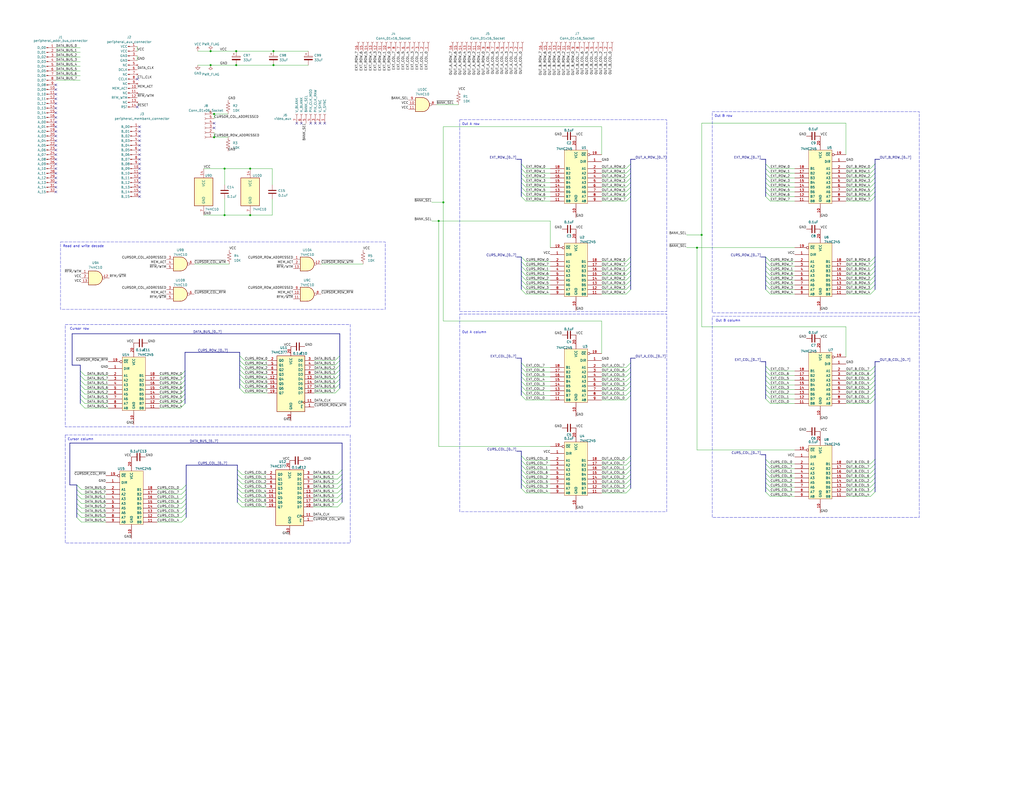
<source format=kicad_sch>
(kicad_sch (version 20230121) (generator eeschema)
  (paper "C")
  (bus_alias "BANK_BUS" (members "BANK_BUS_00" "BANK_BUS_01" "BANK_BUS_02" "BANK_BUS_03" "BANK_BUS_04" "BANK_BUS_05" "BANK_BUS_06" "BANK_BUS_07" "BANK_BUS_08" "BANK_BUS_09" "BANK_BUS_10" "BANK_BUS_11" "BANK_BUS_12" "BANK_BUS_13" "BANK_BUS_14" "BANK_BUS_15"))
  (bus_alias "DATA_BUS" (members "DATA_BUS_00" "DATA_BUS_01" "DATA_BUS_02" "DATA_BUS_03" "DATA_BUS_04" "DATA_BUS_05" "DATA_BUS_06" "DATA_BUS_07" "DATA_BUS_08" "DATA_BUS_09" "DATA_BUS_10" "DATA_BUS_11" "DATA_BUS_12" "DATA_BUS_13" "DATA_BUS_14" "DATA_BUS_15"))
  (bus_alias "ADDR_BUS" (members "ADDR_BUS_00" "ADDR_BUS_01" "ADDR_BUS_02" "ADDR_BUS_03" "ADDR_BUS_04" "ADDR_BUS_05" "ADDR_BUS_06" "ADDR_BUS_07" "ADDR_BUS_08" "ADDR_BUS_09" "ADDR_BUS_10" "ADDR_BUS_11" "ADDR_BUS_12" "ADDR_BUS_13" "ADDR_BUS_14" "ADDR_BUS_15"))
  (junction (at 149.225 35.56))
  (junction (at 122.555 92.075))
  (junction (at 128.905 27.94))
  (junction (at 116.84 74.93))
  (junction (at 136.525 92.075))
  (junction (at 380.365 135.255))
  (junction (at 149.225 27.94))
  (junction (at 122.555 117.475))
  (junction (at 116.84 62.23))
  (junction (at 114.935 35.56))
  (junction (at 136.525 117.475))
  (junction (at 239.395 120.65))
  (junction (at 128.905 35.56))
  (junction (at 241.935 110.49))
  (junction (at 382.905 128.27))
  (junction (at 114.935 27.94))
  (no_connect (at 30.48 71.755))
  (no_connect (at 30.48 89.535))
  (no_connect (at 76.2 76.835))
  (no_connect (at 30.48 48.895))
  (no_connect (at 76.2 92.075))
  (no_connect (at 30.48 64.135))
  (no_connect (at 74.93 58.42))
  (no_connect (at 76.2 71.755))
  (no_connect (at 30.48 66.675))
  (no_connect (at 30.48 56.515))
  (no_connect (at 76.2 84.455))
  (no_connect (at 74.93 43.18))
  (no_connect (at 30.48 79.375))
  (no_connect (at 30.48 86.995))
  (no_connect (at 76.2 74.295))
  (no_connect (at 30.48 99.695))
  (no_connect (at 76.2 86.995))
  (no_connect (at 164.465 67.31))
  (no_connect (at 30.48 94.615))
  (no_connect (at 30.48 59.055))
  (no_connect (at 76.2 69.215))
  (no_connect (at 76.2 79.375))
  (no_connect (at 30.48 97.155))
  (no_connect (at 172.085 67.31))
  (no_connect (at 30.48 46.355))
  (no_connect (at 76.2 97.155))
  (no_connect (at 76.2 107.315))
  (no_connect (at 76.2 89.535))
  (no_connect (at 76.2 99.695))
  (no_connect (at 174.625 67.31))
  (no_connect (at 30.48 51.435))
  (no_connect (at 30.48 61.595))
  (no_connect (at 30.48 84.455))
  (no_connect (at 30.48 69.215))
  (no_connect (at 30.48 81.915))
  (no_connect (at 177.165 67.31))
  (no_connect (at 116.84 69.85))
  (no_connect (at 30.48 53.975))
  (no_connect (at 30.48 102.235))
  (no_connect (at 169.545 67.31))
  (no_connect (at 76.2 81.915))
  (no_connect (at 161.925 67.31))
  (no_connect (at 76.2 104.775))
  (no_connect (at 30.48 74.295))
  (no_connect (at 30.48 76.835))
  (no_connect (at 30.48 104.775))
  (no_connect (at 30.48 92.075))
  (no_connect (at 116.84 67.31))
  (no_connect (at 76.2 102.235))
  (no_connect (at 76.2 94.615))
  (bus_entry (at 132.08 269.24) (size -2.54 -2.54))
  (bus_entry (at 420.37 109.855) (size -2.54 -2.54))
  (bus_entry (at 287.02 92.075) (size -2.54 -2.54))
  (bus_entry (at 99.06 269.875) (size 2.54 -2.54))
  (bus_entry (at 44.45 282.575) (size -2.54 -2.54))
  (bus_entry (at 341.63 218.44) (size 2.54 -2.54))
  (bus_entry (at 341.63 213.36) (size 2.54 -2.54))
  (bus_entry (at 287.02 104.775) (size -2.54 -2.54))
  (bus_entry (at 341.63 155.575) (size 2.54 -2.54))
  (bus_entry (at 474.98 215.265) (size 2.54 -2.54))
  (bus_entry (at 287.02 145.415) (size -2.54 -2.54))
  (bus_entry (at 98.425 210.185) (size 2.54 -2.54))
  (bus_entry (at 341.63 104.775) (size 2.54 -2.54))
  (bus_entry (at 287.02 150.495) (size -2.54 -2.54))
  (bus_entry (at 420.37 271.145) (size -2.54 -2.54))
  (bus_entry (at 420.37 107.315) (size -2.54 -2.54))
  (bus_entry (at 474.98 92.075) (size 2.54 -2.54))
  (bus_entry (at 184.15 276.86) (size 2.54 -2.54))
  (bus_entry (at 46.355 222.885) (size -2.54 -2.54))
  (bus_entry (at 287.02 203.2) (size -2.54 -2.54))
  (bus_entry (at 287.02 218.44) (size -2.54 -2.54))
  (bus_entry (at 287.02 97.155) (size -2.54 -2.54))
  (bus_entry (at 341.63 147.955) (size 2.54 -2.54))
  (bus_entry (at 474.98 147.955) (size 2.54 -2.54))
  (bus_entry (at 287.02 102.235) (size -2.54 -2.54))
  (bus_entry (at 341.63 99.695) (size 2.54 -2.54))
  (bus_entry (at 132.08 274.32) (size -2.54 -2.54))
  (bus_entry (at 474.98 145.415) (size 2.54 -2.54))
  (bus_entry (at 420.37 220.345) (size -2.54 -2.54))
  (bus_entry (at 420.37 215.265) (size -2.54 -2.54))
  (bus_entry (at 474.98 150.495) (size 2.54 -2.54))
  (bus_entry (at 287.02 261.62) (size -2.54 -2.54))
  (bus_entry (at 182.88 204.47) (size 2.54 -2.54))
  (bus_entry (at 287.02 208.28) (size -2.54 -2.54))
  (bus_entry (at 287.02 158.115) (size -2.54 -2.54))
  (bus_entry (at 182.88 196.85) (size 2.54 -2.54))
  (bus_entry (at 341.63 109.855) (size 2.54 -2.54))
  (bus_entry (at 341.63 205.74) (size 2.54 -2.54))
  (bus_entry (at 98.425 215.265) (size 2.54 -2.54))
  (bus_entry (at 98.425 217.805) (size 2.54 -2.54))
  (bus_entry (at 474.98 217.805) (size 2.54 -2.54))
  (bus_entry (at 44.45 285.115) (size -2.54 -2.54))
  (bus_entry (at 46.355 212.725) (size -2.54 -2.54))
  (bus_entry (at 182.88 199.39) (size 2.54 -2.54))
  (bus_entry (at 420.37 260.985) (size -2.54 -2.54))
  (bus_entry (at 474.98 266.065) (size 2.54 -2.54))
  (bus_entry (at 98.425 222.885) (size 2.54 -2.54))
  (bus_entry (at 474.98 260.985) (size 2.54 -2.54))
  (bus_entry (at 133.35 199.39) (size -2.54 -2.54))
  (bus_entry (at 287.02 259.08) (size -2.54 -2.54))
  (bus_entry (at 46.355 207.645) (size -2.54 -2.54))
  (bus_entry (at 44.45 274.955) (size -2.54 -2.54))
  (bus_entry (at 99.06 272.415) (size 2.54 -2.54))
  (bus_entry (at 133.35 209.55) (size -2.54 -2.54))
  (bus_entry (at 420.37 217.805) (size -2.54 -2.54))
  (bus_entry (at 182.88 214.63) (size 2.54 -2.54))
  (bus_entry (at 474.98 205.105) (size 2.54 -2.54))
  (bus_entry (at 474.98 153.035) (size 2.54 -2.54))
  (bus_entry (at 420.37 253.365) (size -2.54 -2.54))
  (bus_entry (at 44.45 277.495) (size -2.54 -2.54))
  (bus_entry (at 287.02 94.615) (size -2.54 -2.54))
  (bus_entry (at 287.02 200.66) (size -2.54 -2.54))
  (bus_entry (at 341.63 254) (size 2.54 -2.54))
  (bus_entry (at 474.98 207.645) (size 2.54 -2.54))
  (bus_entry (at 474.98 109.855) (size 2.54 -2.54))
  (bus_entry (at 99.06 282.575) (size 2.54 -2.54))
  (bus_entry (at 182.88 209.55) (size 2.54 -2.54))
  (bus_entry (at 44.45 272.415) (size -2.54 -2.54))
  (bus_entry (at 341.63 145.415) (size 2.54 -2.54))
  (bus_entry (at 99.06 267.335) (size 2.54 -2.54))
  (bus_entry (at 474.98 158.115) (size 2.54 -2.54))
  (bus_entry (at 133.35 207.01) (size -2.54 -2.54))
  (bus_entry (at 420.37 258.445) (size -2.54 -2.54))
  (bus_entry (at 341.63 142.875) (size 2.54 -2.54))
  (bus_entry (at 474.98 220.345) (size 2.54 -2.54))
  (bus_entry (at 420.37 205.105) (size -2.54 -2.54))
  (bus_entry (at 341.63 107.315) (size 2.54 -2.54))
  (bus_entry (at 341.63 256.54) (size 2.54 -2.54))
  (bus_entry (at 99.06 280.035) (size 2.54 -2.54))
  (bus_entry (at 184.15 266.7) (size 2.54 -2.54))
  (bus_entry (at 287.02 99.695) (size -2.54 -2.54))
  (bus_entry (at 287.02 147.955) (size -2.54 -2.54))
  (bus_entry (at 420.37 202.565) (size -2.54 -2.54))
  (bus_entry (at 420.37 155.575) (size -2.54 -2.54))
  (bus_entry (at 98.425 207.645) (size 2.54 -2.54))
  (bus_entry (at 287.02 109.855) (size -2.54 -2.54))
  (bus_entry (at 474.98 253.365) (size 2.54 -2.54))
  (bus_entry (at 287.02 269.24) (size -2.54 -2.54))
  (bus_entry (at 46.355 210.185) (size -2.54 -2.54))
  (bus_entry (at 341.63 261.62) (size 2.54 -2.54))
  (bus_entry (at 341.63 200.66) (size 2.54 -2.54))
  (bus_entry (at 341.63 259.08) (size 2.54 -2.54))
  (bus_entry (at 341.63 92.075) (size 2.54 -2.54))
  (bus_entry (at 133.35 212.09) (size -2.54 -2.54))
  (bus_entry (at 341.63 251.46) (size 2.54 -2.54))
  (bus_entry (at 474.98 263.525) (size 2.54 -2.54))
  (bus_entry (at 420.37 94.615) (size -2.54 -2.54))
  (bus_entry (at 474.98 99.695) (size 2.54 -2.54))
  (bus_entry (at 182.88 201.93) (size 2.54 -2.54))
  (bus_entry (at 132.08 271.78) (size -2.54 -2.54))
  (bus_entry (at 132.08 261.62) (size -2.54 -2.54))
  (bus_entry (at 341.63 94.615) (size 2.54 -2.54))
  (bus_entry (at 287.02 256.54) (size -2.54 -2.54))
  (bus_entry (at 474.98 268.605) (size 2.54 -2.54))
  (bus_entry (at 98.425 220.345) (size 2.54 -2.54))
  (bus_entry (at 341.63 266.7) (size 2.54 -2.54))
  (bus_entry (at 420.37 160.655) (size -2.54 -2.54))
  (bus_entry (at 184.15 259.08) (size 2.54 -2.54))
  (bus_entry (at 287.02 142.875) (size -2.54 -2.54))
  (bus_entry (at 474.98 202.565) (size 2.54 -2.54))
  (bus_entry (at 420.37 150.495) (size -2.54 -2.54))
  (bus_entry (at 184.15 264.16) (size 2.54 -2.54))
  (bus_entry (at 420.37 97.155) (size -2.54 -2.54))
  (bus_entry (at 341.63 153.035) (size 2.54 -2.54))
  (bus_entry (at 182.88 212.09) (size 2.54 -2.54))
  (bus_entry (at 132.08 264.16) (size -2.54 -2.54))
  (bus_entry (at 287.02 264.16) (size -2.54 -2.54))
  (bus_entry (at 46.355 217.805) (size -2.54 -2.54))
  (bus_entry (at 420.37 212.725) (size -2.54 -2.54))
  (bus_entry (at 341.63 102.235) (size 2.54 -2.54))
  (bus_entry (at 420.37 142.875) (size -2.54 -2.54))
  (bus_entry (at 132.08 259.08) (size -2.54 -2.54))
  (bus_entry (at 46.355 220.345) (size -2.54 -2.54))
  (bus_entry (at 44.45 280.035) (size -2.54 -2.54))
  (bus_entry (at 287.02 205.74) (size -2.54 -2.54))
  (bus_entry (at 420.37 104.775) (size -2.54 -2.54))
  (bus_entry (at 420.37 268.605) (size -2.54 -2.54))
  (bus_entry (at 287.02 160.655) (size -2.54 -2.54))
  (bus_entry (at 184.15 261.62) (size 2.54 -2.54))
  (bus_entry (at 341.63 160.655) (size 2.54 -2.54))
  (bus_entry (at 133.35 201.93) (size -2.54 -2.54))
  (bus_entry (at 287.02 266.7) (size -2.54 -2.54))
  (bus_entry (at 99.06 285.115) (size 2.54 -2.54))
  (bus_entry (at 474.98 142.875) (size 2.54 -2.54))
  (bus_entry (at 474.98 94.615) (size 2.54 -2.54))
  (bus_entry (at 474.98 97.155) (size 2.54 -2.54))
  (bus_entry (at 341.63 215.9) (size 2.54 -2.54))
  (bus_entry (at 132.08 266.7) (size -2.54 -2.54))
  (bus_entry (at 133.35 214.63) (size -2.54 -2.54))
  (bus_entry (at 474.98 258.445) (size 2.54 -2.54))
  (bus_entry (at 420.37 255.905) (size -2.54 -2.54))
  (bus_entry (at 287.02 155.575) (size -2.54 -2.54))
  (bus_entry (at 474.98 212.725) (size 2.54 -2.54))
  (bus_entry (at 474.98 155.575) (size 2.54 -2.54))
  (bus_entry (at 182.88 207.01) (size 2.54 -2.54))
  (bus_entry (at 341.63 97.155) (size 2.54 -2.54))
  (bus_entry (at 420.37 158.115) (size -2.54 -2.54))
  (bus_entry (at 420.37 145.415) (size -2.54 -2.54))
  (bus_entry (at 474.98 210.185) (size 2.54 -2.54))
  (bus_entry (at 341.63 264.16) (size 2.54 -2.54))
  (bus_entry (at 420.37 207.645) (size -2.54 -2.54))
  (bus_entry (at 474.98 107.315) (size 2.54 -2.54))
  (bus_entry (at 287.02 251.46) (size -2.54 -2.54))
  (bus_entry (at 184.15 271.78) (size 2.54 -2.54))
  (bus_entry (at 184.15 274.32) (size 2.54 -2.54))
  (bus_entry (at 46.355 215.265) (size -2.54 -2.54))
  (bus_entry (at 287.02 254) (size -2.54 -2.54))
  (bus_entry (at 44.45 267.335) (size -2.54 -2.54))
  (bus_entry (at 341.63 158.115) (size 2.54 -2.54))
  (bus_entry (at 420.37 147.955) (size -2.54 -2.54))
  (bus_entry (at 420.37 153.035) (size -2.54 -2.54))
  (bus_entry (at 420.37 263.525) (size -2.54 -2.54))
  (bus_entry (at 474.98 102.235) (size 2.54 -2.54))
  (bus_entry (at 133.35 196.85) (size -2.54 -2.54))
  (bus_entry (at 46.355 205.105) (size -2.54 -2.54))
  (bus_entry (at 341.63 210.82) (size 2.54 -2.54))
  (bus_entry (at 341.63 208.28) (size 2.54 -2.54))
  (bus_entry (at 341.63 150.495) (size 2.54 -2.54))
  (bus_entry (at 287.02 210.82) (size -2.54 -2.54))
  (bus_entry (at 287.02 153.035) (size -2.54 -2.54))
  (bus_entry (at 98.425 212.725) (size 2.54 -2.54))
  (bus_entry (at 44.45 269.875) (size -2.54 -2.54))
  (bus_entry (at 99.06 274.955) (size 2.54 -2.54))
  (bus_entry (at 420.37 102.235) (size -2.54 -2.54))
  (bus_entry (at 287.02 107.315) (size -2.54 -2.54))
  (bus_entry (at 420.37 210.185) (size -2.54 -2.54))
  (bus_entry (at 98.425 205.105) (size 2.54 -2.54))
  (bus_entry (at 474.98 160.655) (size 2.54 -2.54))
  (bus_entry (at 474.98 104.775) (size 2.54 -2.54))
  (bus_entry (at 132.08 276.86) (size -2.54 -2.54))
  (bus_entry (at 133.35 204.47) (size -2.54 -2.54))
  (bus_entry (at 341.63 203.2) (size 2.54 -2.54))
  (bus_entry (at 420.37 99.695) (size -2.54 -2.54))
  (bus_entry (at 341.63 269.24) (size 2.54 -2.54))
  (bus_entry (at 287.02 215.9) (size -2.54 -2.54))
  (bus_entry (at 99.06 277.495) (size 2.54 -2.54))
  (bus_entry (at 287.02 213.36) (size -2.54 -2.54))
  (bus_entry (at 474.98 271.145) (size 2.54 -2.54))
  (bus_entry (at 184.15 269.24) (size 2.54 -2.54))
  (bus_entry (at 420.37 92.075) (size -2.54 -2.54))
  (bus_entry (at 474.98 255.905) (size 2.54 -2.54))
  (bus_entry (at 420.37 266.065) (size -2.54 -2.54))
  (bus (pts (xy 284.48 99.695) (xy 284.48 102.235)))
  (bus (pts (xy 477.52 202.565) (xy 477.52 205.105)))
  (bus (pts (xy 101.6 264.795) (xy 101.6 267.335)))
  (bus (pts (xy 284.48 147.955) (xy 284.48 150.495)))
  (wire (pts (xy 461.645 255.905) (xy 474.98 255.905)))
  (wire (pts (xy 171.45 196.85) (xy 182.88 196.85)))
  (wire (pts (xy 461.645 145.415) (xy 474.98 145.415)))
  (bus (pts (xy 417.83 268.605) (xy 417.83 266.065)))
  (wire (pts (xy 374.65 135.255) (xy 380.365 135.255)))
  (wire (pts (xy 148.59 117.475) (xy 148.59 108.585)))
  (wire (pts (xy 420.37 109.855) (xy 433.705 109.855)))
  (bus (pts (xy 129.54 266.7) (xy 129.54 269.24)))
  (bus (pts (xy 129.54 271.78) (xy 129.54 274.32)))
  (bus (pts (xy 281.94 195.58) (xy 284.48 195.58)))
  (bus (pts (xy 43.815 205.105) (xy 43.815 207.645)))
  (wire (pts (xy 328.295 269.24) (xy 341.63 269.24)))
  (bus (pts (xy 101.6 280.035) (xy 101.6 282.575)))
  (bus (pts (xy 417.83 97.155) (xy 417.83 99.695)))
  (wire (pts (xy 420.37 153.035) (xy 433.705 153.035)))
  (bus (pts (xy 477.52 140.335) (xy 477.52 107.315)))
  (wire (pts (xy 99.06 272.415) (xy 85.725 272.415)))
  (bus (pts (xy 101.6 272.415) (xy 101.6 274.955)))
  (wire (pts (xy 235.585 110.49) (xy 241.935 110.49)))
  (wire (pts (xy 124.46 74.93) (xy 116.84 74.93)))
  (bus (pts (xy 129.54 261.62) (xy 129.54 264.16)))
  (wire (pts (xy 30.48 38.735) (xy 43.815 38.735)))
  (wire (pts (xy 74.93 25.4) (xy 74.93 27.94)))
  (bus (pts (xy 41.91 269.875) (xy 41.91 272.415)))
  (bus (pts (xy 185.42 209.55) (xy 185.42 212.09)))
  (bus (pts (xy 477.52 250.825) (xy 477.52 253.365)))
  (bus (pts (xy 480.06 197.485) (xy 477.52 197.485)))
  (wire (pts (xy 99.06 267.335) (xy 85.725 267.335)))
  (bus (pts (xy 417.83 212.725) (xy 417.83 215.265)))
  (wire (pts (xy 328.295 218.44) (xy 341.63 218.44)))
  (bus (pts (xy 281.94 140.335) (xy 284.48 140.335)))
  (bus (pts (xy 100.965 217.805) (xy 100.965 220.345)))
  (wire (pts (xy 420.37 217.805) (xy 433.705 217.805)))
  (wire (pts (xy 171.45 209.55) (xy 182.88 209.55)))
  (bus (pts (xy 38.1 241.935) (xy 186.69 241.935)))
  (bus (pts (xy 185.42 199.39) (xy 185.42 201.93)))
  (bus (pts (xy 186.69 274.32) (xy 186.69 271.78)))
  (wire (pts (xy 86.995 215.265) (xy 98.425 215.265)))
  (bus (pts (xy 129.54 259.08) (xy 129.54 261.62)))
  (bus (pts (xy 477.52 104.775) (xy 477.52 102.235)))
  (wire (pts (xy 46.355 212.725) (xy 59.055 212.725)))
  (wire (pts (xy 461.645 102.235) (xy 474.98 102.235)))
  (wire (pts (xy 116.84 62.23) (xy 124.46 62.23)))
  (wire (pts (xy 184.15 269.24) (xy 170.815 269.24)))
  (bus (pts (xy 417.83 260.985) (xy 417.83 263.525)))
  (wire (pts (xy 44.45 269.875) (xy 57.785 269.875)))
  (wire (pts (xy 420.37 145.415) (xy 433.705 145.415)))
  (wire (pts (xy 382.905 128.27) (xy 382.905 178.435)))
  (wire (pts (xy 420.37 253.365) (xy 433.705 253.365)))
  (bus (pts (xy 477.52 92.075) (xy 477.52 89.535)))
  (bus (pts (xy 130.81 199.39) (xy 130.81 201.93)))
  (wire (pts (xy 461.645 207.645) (xy 474.98 207.645)))
  (bus (pts (xy 101.6 277.495) (xy 101.6 280.035)))
  (wire (pts (xy 328.295 94.615) (xy 341.63 94.615)))
  (wire (pts (xy 382.905 67.31) (xy 461.645 67.31)))
  (wire (pts (xy 287.02 153.035) (xy 300.355 153.035)))
  (wire (pts (xy 328.295 251.46) (xy 341.63 251.46)))
  (wire (pts (xy 149.225 35.56) (xy 168.275 35.56)))
  (wire (pts (xy 99.06 277.495) (xy 85.725 277.495)))
  (wire (pts (xy 133.35 196.85) (xy 146.05 196.85)))
  (bus (pts (xy 100.965 210.185) (xy 100.965 212.725)))
  (bus (pts (xy 281.94 86.995) (xy 284.48 86.995)))
  (bus (pts (xy 344.17 155.575) (xy 344.17 153.035)))
  (wire (pts (xy 461.645 205.105) (xy 474.98 205.105)))
  (wire (pts (xy 171.45 204.47) (xy 182.88 204.47)))
  (wire (pts (xy 287.02 99.695) (xy 300.355 99.695)))
  (wire (pts (xy 328.295 193.04) (xy 328.295 175.26)))
  (wire (pts (xy 420.37 258.445) (xy 433.705 258.445)))
  (wire (pts (xy 328.295 261.62) (xy 341.63 261.62)))
  (wire (pts (xy 328.295 210.82) (xy 341.63 210.82)))
  (bus (pts (xy 284.48 150.495) (xy 284.48 153.035)))
  (wire (pts (xy 420.37 142.875) (xy 433.705 142.875)))
  (wire (pts (xy 420.37 212.725) (xy 433.705 212.725)))
  (wire (pts (xy 107.95 27.94) (xy 114.935 27.94)))
  (wire (pts (xy 420.37 268.605) (xy 433.705 268.605)))
  (bus (pts (xy 477.52 145.415) (xy 477.52 142.875)))
  (wire (pts (xy 287.02 218.44) (xy 300.355 218.44)))
  (bus (pts (xy 185.42 201.93) (xy 185.42 204.47)))
  (bus (pts (xy 477.52 215.265) (xy 477.52 217.805)))
  (wire (pts (xy 328.295 102.235) (xy 341.63 102.235)))
  (wire (pts (xy 149.225 27.94) (xy 168.275 27.94)))
  (wire (pts (xy 461.645 97.155) (xy 474.98 97.155)))
  (bus (pts (xy 417.83 253.365) (xy 417.83 255.905)))
  (wire (pts (xy 116.84 72.39) (xy 116.84 74.93)))
  (wire (pts (xy 184.15 264.16) (xy 170.815 264.16)))
  (wire (pts (xy 374.65 128.27) (xy 382.905 128.27)))
  (bus (pts (xy 477.52 99.695) (xy 477.52 97.155)))
  (wire (pts (xy 171.45 214.63) (xy 182.88 214.63)))
  (wire (pts (xy 122.555 92.075) (xy 122.555 100.965)))
  (wire (pts (xy 111.125 117.475) (xy 122.555 117.475)))
  (wire (pts (xy 287.02 251.46) (xy 300.355 251.46)))
  (bus (pts (xy 417.83 89.535) (xy 417.83 92.075)))
  (wire (pts (xy 44.45 282.575) (xy 57.785 282.575)))
  (bus (pts (xy 43.815 207.645) (xy 43.815 210.185)))
  (wire (pts (xy 420.37 147.955) (xy 433.705 147.955)))
  (wire (pts (xy 287.02 160.655) (xy 300.355 160.655)))
  (bus (pts (xy 477.52 260.985) (xy 477.52 263.525)))
  (wire (pts (xy 420.37 271.145) (xy 433.705 271.145)))
  (wire (pts (xy 461.645 263.525) (xy 474.98 263.525)))
  (wire (pts (xy 287.02 150.495) (xy 300.355 150.495)))
  (wire (pts (xy 46.355 220.345) (xy 59.055 220.345)))
  (wire (pts (xy 328.295 254) (xy 341.63 254)))
  (bus (pts (xy 344.17 264.16) (xy 344.17 261.62)))
  (bus (pts (xy 101.6 267.335) (xy 101.6 269.875)))
  (bus (pts (xy 284.48 261.62) (xy 284.48 264.16)))
  (bus (pts (xy 344.17 99.695) (xy 344.17 97.155)))
  (bus (pts (xy 344.17 97.155) (xy 344.17 94.615)))
  (wire (pts (xy 328.295 104.775) (xy 341.63 104.775)))
  (wire (pts (xy 239.395 120.65) (xy 239.395 243.84)))
  (wire (pts (xy 461.645 153.035) (xy 474.98 153.035)))
  (bus (pts (xy 417.83 200.025) (xy 417.83 202.565)))
  (bus (pts (xy 186.69 261.62) (xy 186.69 259.08)))
  (bus (pts (xy 185.42 196.85) (xy 185.42 199.39)))
  (bus (pts (xy 284.48 145.415) (xy 284.48 147.955)))
  (wire (pts (xy 328.295 266.7) (xy 341.63 266.7)))
  (bus (pts (xy 477.52 207.645) (xy 477.52 210.185)))
  (wire (pts (xy 132.08 269.24) (xy 145.415 269.24)))
  (wire (pts (xy 382.905 67.31) (xy 382.905 128.27)))
  (bus (pts (xy 41.91 272.415) (xy 41.91 274.955)))
  (bus (pts (xy 417.83 158.115) (xy 417.83 155.575)))
  (wire (pts (xy 86.995 222.885) (xy 98.425 222.885)))
  (bus (pts (xy 417.83 92.075) (xy 417.83 94.615)))
  (wire (pts (xy 420.37 255.905) (xy 433.705 255.905)))
  (bus (pts (xy 477.52 255.905) (xy 477.52 258.445)))
  (wire (pts (xy 132.08 271.78) (xy 145.415 271.78)))
  (bus (pts (xy 477.52 107.315) (xy 477.52 104.775)))
  (bus (pts (xy 344.17 259.08) (xy 344.17 256.54)))
  (bus (pts (xy 477.52 205.105) (xy 477.52 207.645)))
  (bus (pts (xy 477.52 150.495) (xy 477.52 147.955)))
  (bus (pts (xy 100.965 202.565) (xy 100.965 205.105)))
  (bus (pts (xy 186.69 259.08) (xy 186.69 256.54)))
  (bus (pts (xy 130.81 207.01) (xy 130.81 209.55)))
  (wire (pts (xy 380.365 245.745) (xy 433.705 245.745)))
  (wire (pts (xy 461.645 194.945) (xy 461.645 178.435)))
  (bus (pts (xy 415.29 86.995) (xy 417.83 86.995)))
  (bus (pts (xy 417.83 210.185) (xy 417.83 212.725)))
  (bus (pts (xy 284.48 107.315) (xy 284.48 104.775)))
  (wire (pts (xy 239.395 243.84) (xy 300.355 243.84)))
  (bus (pts (xy 417.83 197.485) (xy 417.83 200.025)))
  (bus (pts (xy 284.48 200.66) (xy 284.48 203.2)))
  (wire (pts (xy 328.295 158.115) (xy 341.63 158.115)))
  (wire (pts (xy 132.08 261.62) (xy 145.415 261.62)))
  (wire (pts (xy 133.35 207.01) (xy 146.05 207.01)))
  (bus (pts (xy 477.52 200.025) (xy 477.52 202.565)))
  (wire (pts (xy 46.355 210.185) (xy 59.055 210.185)))
  (wire (pts (xy 86.995 205.105) (xy 98.425 205.105)))
  (wire (pts (xy 184.15 266.7) (xy 170.815 266.7)))
  (bus (pts (xy 344.17 251.46) (xy 344.17 248.92)))
  (wire (pts (xy 184.15 271.78) (xy 170.815 271.78)))
  (wire (pts (xy 287.02 94.615) (xy 300.355 94.615)))
  (wire (pts (xy 328.295 160.655) (xy 341.63 160.655)))
  (bus (pts (xy 185.42 207.01) (xy 185.42 209.55)))
  (bus (pts (xy 415.29 140.335) (xy 417.83 140.335)))
  (bus (pts (xy 43.815 210.185) (xy 43.815 212.725)))
  (wire (pts (xy 287.02 264.16) (xy 300.355 264.16)))
  (wire (pts (xy 328.295 200.66) (xy 341.63 200.66)))
  (bus (pts (xy 417.83 94.615) (xy 417.83 97.155)))
  (bus (pts (xy 284.48 248.92) (xy 284.48 251.46)))
  (bus (pts (xy 41.91 264.795) (xy 41.91 267.335)))
  (wire (pts (xy 30.48 26.035) (xy 43.815 26.035)))
  (bus (pts (xy 477.52 89.535) (xy 477.52 86.995)))
  (wire (pts (xy 328.295 109.855) (xy 341.63 109.855)))
  (wire (pts (xy 46.355 207.645) (xy 59.055 207.645)))
  (bus (pts (xy 346.71 195.58) (xy 344.17 195.58)))
  (bus (pts (xy 344.17 145.415) (xy 344.17 142.875)))
  (bus (pts (xy 39.37 182.245) (xy 185.42 182.245)))
  (wire (pts (xy 184.15 274.32) (xy 170.815 274.32)))
  (bus (pts (xy 284.48 256.54) (xy 284.48 259.08)))
  (bus (pts (xy 477.52 86.995) (xy 480.06 86.995)))
  (bus (pts (xy 130.81 204.47) (xy 130.81 207.01)))
  (wire (pts (xy 44.45 277.495) (xy 57.785 277.495)))
  (bus (pts (xy 186.69 264.16) (xy 186.69 261.62)))
  (wire (pts (xy 132.08 276.86) (xy 145.415 276.86)))
  (wire (pts (xy 133.35 201.93) (xy 146.05 201.93)))
  (bus (pts (xy 344.17 102.235) (xy 344.17 99.695)))
  (wire (pts (xy 328.295 205.74) (xy 341.63 205.74)))
  (wire (pts (xy 420.37 220.345) (xy 433.705 220.345)))
  (bus (pts (xy 130.81 192.405) (xy 130.81 194.31)))
  (bus (pts (xy 284.48 246.38) (xy 284.48 248.92)))
  (wire (pts (xy 46.355 205.105) (xy 59.055 205.105)))
  (wire (pts (xy 287.02 200.66) (xy 300.355 200.66)))
  (bus (pts (xy 41.91 264.795) (xy 38.1 264.795)))
  (wire (pts (xy 30.48 28.575) (xy 43.815 28.575)))
  (bus (pts (xy 477.52 102.235) (xy 477.52 99.695)))
  (wire (pts (xy 287.02 147.955) (xy 300.355 147.955)))
  (bus (pts (xy 344.17 153.035) (xy 344.17 150.495)))
  (bus (pts (xy 284.48 92.075) (xy 284.48 94.615)))
  (bus (pts (xy 417.83 205.105) (xy 417.83 207.645)))
  (wire (pts (xy 44.45 280.035) (xy 57.785 280.035)))
  (wire (pts (xy 86.995 210.185) (xy 98.425 210.185)))
  (bus (pts (xy 284.48 251.46) (xy 284.48 254)))
  (wire (pts (xy 461.645 260.985) (xy 474.98 260.985)))
  (wire (pts (xy 420.37 202.565) (xy 433.705 202.565)))
  (wire (pts (xy 420.37 160.655) (xy 433.705 160.655)))
  (wire (pts (xy 328.295 150.495) (xy 341.63 150.495)))
  (wire (pts (xy 420.37 207.645) (xy 433.705 207.645)))
  (wire (pts (xy 461.645 155.575) (xy 474.98 155.575)))
  (bus (pts (xy 43.815 202.565) (xy 43.815 205.105)))
  (bus (pts (xy 284.48 259.08) (xy 284.48 261.62)))
  (wire (pts (xy 380.365 135.255) (xy 380.365 245.745)))
  (wire (pts (xy 111.125 92.075) (xy 122.555 92.075)))
  (wire (pts (xy 420.37 158.115) (xy 433.705 158.115)))
  (wire (pts (xy 132.08 266.7) (xy 145.415 266.7)))
  (wire (pts (xy 133.35 212.09) (xy 146.05 212.09)))
  (bus (pts (xy 344.17 147.955) (xy 344.17 145.415)))
  (wire (pts (xy 132.08 264.16) (xy 145.415 264.16)))
  (bus (pts (xy 43.815 202.565) (xy 43.815 199.39)))
  (bus (pts (xy 344.17 140.335) (xy 344.17 107.315)))
  (bus (pts (xy 417.83 248.285) (xy 417.83 250.825)))
  (wire (pts (xy 106.045 144.145) (xy 125.095 144.145)))
  (bus (pts (xy 101.6 254) (xy 101.6 264.795)))
  (wire (pts (xy 461.645 258.445) (xy 474.98 258.445)))
  (bus (pts (xy 417.83 207.645) (xy 417.83 210.185)))
  (bus (pts (xy 284.48 140.335) (xy 284.48 142.875)))
  (bus (pts (xy 43.815 215.265) (xy 43.815 217.805)))
  (bus (pts (xy 417.83 153.035) (xy 417.83 155.575)))
  (wire (pts (xy 420.37 107.315) (xy 433.705 107.315)))
  (bus (pts (xy 417.83 250.825) (xy 417.83 253.365)))
  (wire (pts (xy 133.35 199.39) (xy 146.05 199.39)))
  (bus (pts (xy 344.17 195.58) (xy 344.17 198.12)))
  (wire (pts (xy 133.35 209.55) (xy 146.05 209.55)))
  (bus (pts (xy 477.52 217.805) (xy 477.52 250.825)))
  (wire (pts (xy 114.935 35.56) (xy 128.905 35.56)))
  (bus (pts (xy 100.965 205.105) (xy 100.965 207.645)))
  (bus (pts (xy 100.965 207.645) (xy 100.965 210.185)))
  (bus (pts (xy 415.29 248.285) (xy 417.83 248.285)))
  (bus (pts (xy 344.17 215.9) (xy 344.17 213.36)))
  (wire (pts (xy 136.525 92.075) (xy 148.59 92.075)))
  (bus (pts (xy 130.81 209.55) (xy 130.81 212.09)))
  (wire (pts (xy 328.295 142.875) (xy 341.63 142.875)))
  (bus (pts (xy 186.69 269.24) (xy 186.69 266.7)))
  (bus (pts (xy 284.48 158.115) (xy 284.48 155.575)))
  (bus (pts (xy 344.17 205.74) (xy 344.17 203.2)))
  (bus (pts (xy 129.54 256.54) (xy 129.54 259.08)))
  (wire (pts (xy 86.995 220.345) (xy 98.425 220.345)))
  (bus (pts (xy 284.48 142.875) (xy 284.48 145.415)))
  (wire (pts (xy 114.935 27.94) (xy 128.905 27.94)))
  (wire (pts (xy 420.37 260.985) (xy 433.705 260.985)))
  (wire (pts (xy 99.06 269.875) (xy 85.725 269.875)))
  (bus (pts (xy 344.17 142.875) (xy 344.17 140.335)))
  (wire (pts (xy 86.995 207.645) (xy 98.425 207.645)))
  (bus (pts (xy 417.83 102.235) (xy 417.83 104.775)))
  (wire (pts (xy 461.645 271.145) (xy 474.98 271.145)))
  (wire (pts (xy 461.645 92.075) (xy 474.98 92.075)))
  (wire (pts (xy 30.48 31.115) (xy 43.815 31.115)))
  (bus (pts (xy 344.17 158.115) (xy 344.17 155.575)))
  (wire (pts (xy 287.02 104.775) (xy 300.355 104.775)))
  (wire (pts (xy 420.37 97.155) (xy 433.705 97.155)))
  (bus (pts (xy 477.52 253.365) (xy 477.52 255.905)))
  (wire (pts (xy 461.645 99.695) (xy 474.98 99.695)))
  (wire (pts (xy 461.645 210.185) (xy 474.98 210.185)))
  (wire (pts (xy 328.295 215.9) (xy 341.63 215.9)))
  (wire (pts (xy 184.15 276.86) (xy 170.815 276.86)))
  (wire (pts (xy 461.645 217.805) (xy 474.98 217.805)))
  (wire (pts (xy 241.935 69.215) (xy 328.295 69.215)))
  (wire (pts (xy 287.02 266.7) (xy 300.355 266.7)))
  (wire (pts (xy 239.395 120.65) (xy 300.355 120.65)))
  (wire (pts (xy 44.45 274.955) (xy 57.785 274.955)))
  (bus (pts (xy 477.52 158.115) (xy 477.52 155.575)))
  (wire (pts (xy 420.37 210.185) (xy 433.705 210.185)))
  (bus (pts (xy 417.83 217.805) (xy 417.83 215.265)))
  (wire (pts (xy 74.93 30.48) (xy 74.93 33.02)))
  (wire (pts (xy 241.935 110.49) (xy 241.935 175.26)))
  (wire (pts (xy 86.995 212.725) (xy 98.425 212.725)))
  (bus (pts (xy 417.83 142.875) (xy 417.83 145.415)))
  (wire (pts (xy 46.355 215.265) (xy 59.055 215.265)))
  (wire (pts (xy 420.37 266.065) (xy 433.705 266.065)))
  (wire (pts (xy 328.295 69.215) (xy 328.295 84.455)))
  (bus (pts (xy 344.17 104.775) (xy 344.17 102.235)))
  (bus (pts (xy 39.37 199.39) (xy 39.37 182.245)))
  (wire (pts (xy 420.37 99.695) (xy 433.705 99.695)))
  (bus (pts (xy 284.48 94.615) (xy 284.48 97.155)))
  (wire (pts (xy 44.45 285.115) (xy 57.785 285.115)))
  (bus (pts (xy 477.52 266.065) (xy 477.52 268.605)))
  (wire (pts (xy 328.295 145.415) (xy 341.63 145.415)))
  (wire (pts (xy 420.37 92.075) (xy 433.705 92.075)))
  (bus (pts (xy 284.48 102.235) (xy 284.48 104.775)))
  (wire (pts (xy 46.355 222.885) (xy 59.055 222.885)))
  (bus (pts (xy 284.48 198.12) (xy 284.48 200.66)))
  (bus (pts (xy 101.6 269.875) (xy 101.6 272.415)))
  (bus (pts (xy 284.48 215.9) (xy 284.48 213.36)))
  (wire (pts (xy 287.02 259.08) (xy 300.355 259.08)))
  (wire (pts (xy 287.02 203.2) (xy 300.355 203.2)))
  (wire (pts (xy 136.525 117.475) (xy 148.59 117.475)))
  (bus (pts (xy 284.48 153.035) (xy 284.48 155.575)))
  (wire (pts (xy 99.06 280.035) (xy 85.725 280.035)))
  (bus (pts (xy 344.17 248.92) (xy 344.17 215.9)))
  (wire (pts (xy 461.645 266.065) (xy 474.98 266.065)))
  (bus (pts (xy 344.17 254) (xy 344.17 251.46)))
  (wire (pts (xy 461.645 94.615) (xy 474.98 94.615)))
  (bus (pts (xy 100.965 192.405) (xy 130.81 192.405)))
  (bus (pts (xy 477.52 210.185) (xy 477.52 212.725)))
  (bus (pts (xy 417.83 258.445) (xy 417.83 260.985)))
  (wire (pts (xy 235.585 120.65) (xy 239.395 120.65)))
  (wire (pts (xy 122.555 92.075) (xy 136.525 92.075)))
  (bus (pts (xy 43.815 212.725) (xy 43.815 215.265)))
  (wire (pts (xy 328.295 92.075) (xy 341.63 92.075)))
  (wire (pts (xy 420.37 102.235) (xy 433.705 102.235)))
  (bus (pts (xy 130.81 194.31) (xy 130.81 196.85)))
  (bus (pts (xy 185.42 194.31) (xy 185.42 196.85)))
  (bus (pts (xy 284.48 205.74) (xy 284.48 208.28)))
  (bus (pts (xy 344.17 200.66) (xy 344.17 198.12)))
  (bus (pts (xy 417.83 86.995) (xy 417.83 89.535)))
  (wire (pts (xy 287.02 145.415) (xy 300.355 145.415)))
  (bus (pts (xy 477.52 94.615) (xy 477.52 92.075)))
  (wire (pts (xy 287.02 210.82) (xy 300.355 210.82)))
  (wire (pts (xy 287.02 269.24) (xy 300.355 269.24)))
  (wire (pts (xy 420.37 104.775) (xy 433.705 104.775)))
  (bus (pts (xy 129.54 269.24) (xy 129.54 271.78)))
  (wire (pts (xy 461.645 109.855) (xy 474.98 109.855)))
  (wire (pts (xy 328.295 208.28) (xy 341.63 208.28)))
  (wire (pts (xy 287.02 102.235) (xy 300.355 102.235)))
  (wire (pts (xy 128.905 27.94) (xy 149.225 27.94)))
  (wire (pts (xy 287.02 107.315) (xy 300.355 107.315)))
  (wire (pts (xy 287.02 213.36) (xy 300.355 213.36)))
  (bus (pts (xy 129.54 254) (xy 101.6 254)))
  (bus (pts (xy 185.42 204.47) (xy 185.42 207.01)))
  (bus (pts (xy 284.48 208.28) (xy 284.48 210.82)))
  (bus (pts (xy 344.17 256.54) (xy 344.17 254)))
  (wire (pts (xy 132.08 274.32) (xy 145.415 274.32)))
  (wire (pts (xy 122.555 108.585) (xy 122.555 117.475)))
  (bus (pts (xy 344.17 266.7) (xy 344.17 264.16)))
  (wire (pts (xy 328.295 107.315) (xy 341.63 107.315)))
  (wire (pts (xy 382.905 178.435) (xy 461.645 178.435)))
  (wire (pts (xy 238.125 57.15) (xy 250.19 57.15)))
  (wire (pts (xy 461.645 220.345) (xy 474.98 220.345)))
  (wire (pts (xy 461.645 268.605) (xy 474.98 268.605)))
  (bus (pts (xy 417.83 107.315) (xy 417.83 104.775)))
  (bus (pts (xy 417.83 99.695) (xy 417.83 102.235)))
  (wire (pts (xy 380.365 135.255) (xy 433.705 135.255)))
  (wire (pts (xy 461.645 253.365) (xy 474.98 253.365)))
  (bus (pts (xy 344.17 86.995) (xy 346.71 86.995)))
  (bus (pts (xy 43.815 217.805) (xy 43.815 220.345)))
  (wire (pts (xy 461.645 107.315) (xy 474.98 107.315)))
  (wire (pts (xy 171.45 199.39) (xy 182.88 199.39)))
  (wire (pts (xy 300.355 120.65) (xy 300.355 135.255)))
  (wire (pts (xy 99.06 274.955) (xy 85.725 274.955)))
  (bus (pts (xy 38.1 264.795) (xy 38.1 241.935)))
  (bus (pts (xy 284.48 254) (xy 284.48 256.54)))
  (bus (pts (xy 417.83 145.415) (xy 417.83 147.955)))
  (bus (pts (xy 417.83 202.565) (xy 417.83 205.105)))
  (bus (pts (xy 344.17 203.2) (xy 344.17 200.66)))
  (wire (pts (xy 99.06 285.115) (xy 85.725 285.115)))
  (bus (pts (xy 417.83 263.525) (xy 417.83 266.065)))
  (wire (pts (xy 30.48 36.195) (xy 43.815 36.195)))
  (wire (pts (xy 241.935 69.215) (xy 241.935 110.49)))
  (wire (pts (xy 86.995 217.805) (xy 98.425 217.805)))
  (bus (pts (xy 477.52 263.525) (xy 477.52 266.065)))
  (bus (pts (xy 129.54 256.54) (xy 129.54 254)))
  (wire (pts (xy 148.59 92.075) (xy 148.59 100.965)))
  (wire (pts (xy 44.45 267.335) (xy 57.785 267.335)))
  (bus (pts (xy 284.48 97.155) (xy 284.48 99.695)))
  (wire (pts (xy 198.12 144.145) (xy 175.26 144.145)))
  (bus (pts (xy 284.48 266.7) (xy 284.48 264.16)))
  (wire (pts (xy 461.645 67.31) (xy 461.645 84.455)))
  (wire (pts (xy 46.355 217.805) (xy 59.055 217.805)))
  (wire (pts (xy 287.02 158.115) (xy 300.355 158.115)))
  (bus (pts (xy 477.52 153.035) (xy 477.52 150.495)))
  (bus (pts (xy 41.91 280.035) (xy 41.91 282.575)))
  (bus (pts (xy 101.6 274.955) (xy 101.6 277.495)))
  (bus (pts (xy 477.52 258.445) (xy 477.52 260.985)))
  (wire (pts (xy 420.37 94.615) (xy 433.705 94.615)))
  (wire (pts (xy 328.295 147.955) (xy 341.63 147.955)))
  (wire (pts (xy 461.645 104.775) (xy 474.98 104.775)))
  (wire (pts (xy 287.02 254) (xy 300.355 254)))
  (wire (pts (xy 328.295 213.36) (xy 341.63 213.36)))
  (wire (pts (xy 128.905 35.56) (xy 149.225 35.56)))
  (bus (pts (xy 477.52 155.575) (xy 477.52 153.035)))
  (wire (pts (xy 184.15 261.62) (xy 170.815 261.62)))
  (wire (pts (xy 287.02 97.155) (xy 300.355 97.155)))
  (bus (pts (xy 477.52 142.875) (xy 477.52 140.335)))
  (wire (pts (xy 287.02 92.075) (xy 300.355 92.075)))
  (bus (pts (xy 129.54 264.16) (xy 129.54 266.7)))
  (bus (pts (xy 477.52 97.155) (xy 477.52 94.615)))
  (bus (pts (xy 284.48 203.2) (xy 284.48 205.74)))
  (bus (pts (xy 344.17 89.535) (xy 344.17 86.995)))
  (wire (pts (xy 461.645 160.655) (xy 474.98 160.655)))
  (bus (pts (xy 415.29 197.485) (xy 417.83 197.485)))
  (wire (pts (xy 328.295 203.2) (xy 341.63 203.2)))
  (wire (pts (xy 30.48 43.815) (xy 43.815 43.815)))
  (bus (pts (xy 284.48 89.535) (xy 284.48 92.075)))
  (bus (pts (xy 417.83 150.495) (xy 417.83 153.035)))
  (bus (pts (xy 284.48 86.995) (xy 284.48 89.535)))
  (bus (pts (xy 417.83 255.905) (xy 417.83 258.445)))
  (bus (pts (xy 41.91 277.495) (xy 41.91 280.035)))
  (bus (pts (xy 344.17 208.28) (xy 344.17 205.74)))
  (bus (pts (xy 344.17 213.36) (xy 344.17 210.82)))
  (wire (pts (xy 328.295 155.575) (xy 341.63 155.575)))
  (bus (pts (xy 100.965 212.725) (xy 100.965 215.265)))
  (bus (pts (xy 185.42 182.245) (xy 185.42 194.31)))
  (bus (pts (xy 41.91 274.955) (xy 41.91 277.495)))
  (bus (pts (xy 344.17 92.075) (xy 344.17 89.535)))
  (bus (pts (xy 284.48 210.82) (xy 284.48 213.36)))
  (wire (pts (xy 44.45 272.415) (xy 57.785 272.415)))
  (bus (pts (xy 41.91 267.335) (xy 41.91 269.875)))
  (wire (pts (xy 461.645 150.495) (xy 474.98 150.495)))
  (bus (pts (xy 100.965 202.565) (xy 100.965 192.405)))
  (wire (pts (xy 287.02 215.9) (xy 300.355 215.9)))
  (bus (pts (xy 344.17 94.615) (xy 344.17 92.075)))
  (wire (pts (xy 287.02 109.855) (xy 300.355 109.855)))
  (wire (pts (xy 287.02 155.575) (xy 300.355 155.575)))
  (wire (pts (xy 420.37 215.265) (xy 433.705 215.265)))
  (wire (pts (xy 328.295 97.155) (xy 341.63 97.155)))
  (wire (pts (xy 328.295 99.695) (xy 341.63 99.695)))
  (wire (pts (xy 328.295 256.54) (xy 341.63 256.54)))
  (wire (pts (xy 328.295 259.08) (xy 341.63 259.08)))
  (wire (pts (xy 171.45 207.01) (xy 182.88 207.01)))
  (wire (pts (xy 287.02 142.875) (xy 300.355 142.875)))
  (wire (pts (xy 30.48 33.655) (xy 43.815 33.655)))
  (bus (pts (xy 130.81 201.93) (xy 130.81 204.47)))
  (wire (pts (xy 328.295 153.035) (xy 341.63 153.035)))
  (bus (pts (xy 344.17 107.315) (xy 344.17 104.775)))
  (bus (pts (xy 417.83 147.955) (xy 417.83 150.495)))
  (wire (pts (xy 287.02 261.62) (xy 300.355 261.62)))
  (wire (pts (xy 420.37 150.495) (xy 433.705 150.495)))
  (bus (pts (xy 130.81 196.85) (xy 130.81 199.39)))
  (wire (pts (xy 133.35 214.63) (xy 146.05 214.63)))
  (wire (pts (xy 122.555 117.475) (xy 136.525 117.475)))
  (bus (pts (xy 344.17 261.62) (xy 344.17 259.08)))
  (bus (pts (xy 477.52 147.955) (xy 477.52 145.415)))
  (wire (pts (xy 461.645 158.115) (xy 474.98 158.115)))
  (wire (pts (xy 116.84 62.23) (xy 116.84 64.77)))
  (wire (pts (xy 30.48 41.275) (xy 43.815 41.275)))
  (bus (pts (xy 43.815 199.39) (xy 39.37 199.39)))
  (wire (pts (xy 107.95 35.56) (xy 114.935 35.56)))
  (bus (pts (xy 344.17 210.82) (xy 344.17 208.28)))
  (wire (pts (xy 287.02 205.74) (xy 300.355 205.74)))
  (bus (pts (xy 344.17 150.495) (xy 344.17 147.955)))
  (bus (pts (xy 417.83 140.335) (xy 417.83 142.875)))
  (wire (pts (xy 420.37 205.105) (xy 433.705 205.105)))
  (wire (pts (xy 133.35 204.47) (xy 146.05 204.47)))
  (wire (pts (xy 461.645 215.265) (xy 474.98 215.265)))
  (wire (pts (xy 461.645 202.565) (xy 474.98 202.565)))
  (wire (pts (xy 171.45 201.93) (xy 182.88 201.93)))
  (wire (pts (xy 328.295 264.16) (xy 341.63 264.16)))
  (wire (pts (xy 287.02 256.54) (xy 300.355 256.54)))
  (wire (pts (xy 99.06 282.575) (xy 85.725 282.575)))
  (bus (pts (xy 477.52 212.725) (xy 477.52 215.265)))
  (wire (pts (xy 171.45 212.09) (xy 182.88 212.09)))
  (wire (pts (xy 461.645 147.955) (xy 474.98 147.955)))
  (wire (pts (xy 461.645 142.875) (xy 474.98 142.875)))
  (bus (pts (xy 186.69 241.935) (xy 186.69 256.54)))
  (wire (pts (xy 328.295 175.26) (xy 241.935 175.26)))
  (wire (pts (xy 132.08 259.08) (xy 145.415 259.08)))
  (bus (pts (xy 477.52 197.485) (xy 477.52 200.025)))
  (bus (pts (xy 281.94 246.38) (xy 284.48 246.38)))
  (wire (pts (xy 420.37 155.575) (xy 433.705 155.575)))
  (bus (pts (xy 100.965 215.265) (xy 100.965 217.805)))
  (wire (pts (xy 287.02 208.28) (xy 300.355 208.28)))
  (bus (pts (xy 186.69 266.7) (xy 186.69 264.16)))
  (bus (pts (xy 284.48 195.58) (xy 284.48 198.12)))
  (bus (pts (xy 186.69 271.78) (xy 186.69 269.24)))
  (wire (pts (xy 420.37 263.525) (xy 433.705 263.525)))
  (wire (pts (xy 184.15 259.08) (xy 170.815 259.08)))
  (wire (pts (xy 461.645 212.725) (xy 474.98 212.725)))
  (rectangle (start 250.825 65.405) (end 363.855 170.18) (stroke (width 0) (type dash)))
  (rectangle (start 35.56 177.165) (end 191.135 233.045) (stroke (width 0) (type dash)))
  (rectangle (start 388.62 172.72) (end 501.65 282.575) (stroke (width 0) (type dash)))
  (rectangle (start 388.62 60.96) (end 501.65 170.815) (stroke (width 0) (type dash)))
  (rectangle (start 35.56 237.49) (end 191.135 296.545) (stroke (width 0) (type dash)))
  (rectangle (start 250.825 171.45) (end 363.855 279.4) (stroke (width 0) (type dash)))
  (rectangle (start 33.02 132.08) (end 210.185 168.91) (stroke (width 0) (type dash)))
  (text "Out B column" (at 390.525 175.895 0) (effects (font (size 1.27 1.27)) (justify left bottom)))
  (text "Out A column" (at 252.095 182.245 0) (effects (font (size 1.27 1.27)) (justify left bottom)))
  (text "Out B row" (at 389.89 64.135 0) (effects (font (size 1.27 1.27)) (justify left bottom)))
  (text "Cursor column" (at 36.83 240.665 0) (effects (font (size 1.27 1.27)) (justify left bottom)))
  (text "Out A row" (at 252.095 68.58 0) (effects (font (size 1.27 1.27)) (justify left bottom)))
  (text "Read and write decode" (at 34.29 135.255 0) (effects (font (size 1.27 1.27)) (justify left bottom)))
  (text "Cursor row" (at 38.1 180.34 0) (effects (font (size 1.27 1.27)) (justify left bottom)))
  (label "DATA_BUS_[0..7]" (at 103.505 241.935 0))
  (label "CURS_ROW_[0..7]" (at 281.94 140.335 180))
  (label "CURS_ROW_6" (at 287.02 150.495 0))
  (label "DATA_CLK" (at 170.815 281.94 0))
  (label "CURS_COL_7" (at 85.725 269.875 0))
  (label "EXT_COL_0" (at 287.02 218.44 0))
  (label "OUT_B_ROW_6" (at 298.45 27.94 270))
  (label "OUT_A_COL_2" (at 328.295 213.36 0))
  (label "OUT_A_COL_0" (at 328.295 218.44 0))
  (label "CURS_COL_5" (at 145.415 271.78 180))
  (label "OUT_B_COL_0" (at 461.645 253.365 0))
  (label "OUT_A_ROW_2" (at 259.715 27.94 270))
  (label "GND" (at 166.37 189.23 0))
  (label "GND" (at 447.675 229.235 0))
  (label "OUT_A_ROW_2" (at 328.295 153.035 0))
  (label "OUT_A_COL_6" (at 269.875 27.94 270))
  (label "VCC" (at 447.675 235.585 0))
  (label "OUT_B_ROW_4" (at 303.53 27.94 270))
  (label "VCC" (at 314.325 182.88 0))
  (label "OUT_A_COL_0" (at 328.295 251.46 0))
  (label "CURS_ROW_0" (at 420.37 142.875 0))
  (label "OUT_A_ROW_5" (at 252.095 27.94 270))
  (label "CURS_ROW_1" (at 420.37 147.955 0))
  (label "GND" (at 314.325 169.545 0))
  (label "OUT_B_COL_3" (at 461.645 212.725 0))
  (label "GND" (at 71.755 294.005 180))
  (label "CURS_COL_2" (at 287.02 261.62 0))
  (label "EXT_ROW_6" (at 287.02 107.315 0))
  (label "OUT_B_COL_1" (at 461.645 217.805 0))
  (label "EXT_COL_6" (at 218.44 27.94 270))
  (label "OUT_B_COL_2" (at 328.93 27.94 270))
  (label "DATA_BUS_0" (at 30.48 26.035 0))
  (label "CURS_ROW_3" (at 86.995 220.345 0))
  (label "RFM{slash}~{WTM}" (at 59.69 151.765 0))
  (label "OUT_A_ROW_4" (at 328.295 160.655 0))
  (label "OUT_A_ROW_4" (at 254.635 27.94 270))
  (label "OUT_B_COL_0" (at 334.01 27.94 270))
  (label "DATA_BUS_2" (at 170.815 264.16 0))
  (label "EXT_ROW_4" (at 203.2 27.94 270))
  (label "CURS_COL_0" (at 145.415 259.08 180))
  (label "DATA_BUS_4" (at 170.815 269.24 0))
  (label "OUT_B_ROW_4" (at 461.645 102.235 0))
  (label "VCC" (at 447.675 74.295 0))
  (label "OUT_A_COL_4" (at 328.295 208.28 0))
  (label "OUT_B_COL_5" (at 461.645 266.065 0))
  (label "GND" (at 57.785 263.525 180))
  (label "EXT_COL_1" (at 420.37 217.805 0))
  (label "CURS_ROW_0" (at 287.02 142.875 0))
  (label "CURS_ROW_4" (at 420.37 160.655 0))
  (label "EXT_ROW_4" (at 420.37 102.235 0))
  (label "OUT_B_COL_7" (at 461.645 255.905 0))
  (label "CURSOR_COL_ADDRESSED" (at 90.805 141.605 180))
  (label "OUT_B_COL_6" (at 318.77 27.94 270))
  (label "RESET" (at 74.93 58.42 0))
  (label "EXT_COL_6" (at 420.37 205.105 0))
  (label "VCC" (at 314.325 74.295 0))
  (label "OUT_B_COL_3" (at 326.39 27.94 270))
  (label "VCC" (at 111.125 92.075 0))
  (label "EXT_COL_7" (at 215.9 27.94 270))
  (label "EXT_ROW_3" (at 420.37 99.695 0))
  (label "OUT_A_COL_5" (at 328.295 264.16 0))
  (label "EXT_ROW_0" (at 213.36 27.94 270))
  (label "CURS_ROW_1" (at 86.995 210.185 0))
  (label "DATA_BUS_0" (at 59.055 205.105 180))
  (label "GND" (at 461.645 198.755 0))
  (label "OUT_A_ROW_6" (at 328.295 150.495 0))
  (label "DATA_BUS_6" (at 30.48 41.275 0))
  (label "OUT_A_ROW_6" (at 328.295 107.315 0))
  (label "DATA_BUS_2" (at 30.48 31.115 0))
  (label "DATA_BUS_3" (at 30.48 33.655 0))
  (label "CURS_ROW_4" (at 146.05 207.01 180))
  (label "OUT_B_ROW_3" (at 461.645 158.115 0))
  (label "CURS_COL_[0..7]" (at 107.95 254 0))
  (label "EXT_COL_0" (at 233.68 27.94 270))
  (label "DATA_CLK" (at 74.93 38.1 0))
  (label "DATA_BUS_4" (at 30.48 36.195 0))
  (label "OUT_B_COL_4" (at 461.645 271.145 0))
  (label "CURS_ROW_3" (at 287.02 158.115 0))
  (label "EXT_ROW_1" (at 420.37 94.615 0))
  (label "GND" (at 165.735 251.46 0))
  (label "CURSOR_ROW_ADDRESSED" (at 116.84 74.93 0))
  (label "CURS_COL_7" (at 145.415 276.86 180))
  (label "CURS_COL_3" (at 85.725 282.575 0))
  (label "OUT_B_ROW_5" (at 461.645 104.775 0))
  (label "CURS_COL_6" (at 420.37 260.985 0))
  (label "DATA_BUS_5" (at 57.785 280.035 180))
  (label "DATA_BUS_3" (at 171.45 204.47 0))
  (label "EXT_ROW_1" (at 210.82 27.94 270))
  (label "CURS_ROW_0" (at 146.05 196.85 180))
  (label "CURS_COL_1" (at 420.37 258.445 0))
  (label "VCC" (at 125.095 136.525 0))
  (label "OUT_A_ROW_5" (at 328.295 155.575 0))
  (label "DATA_BUS_4" (at 171.45 207.01 0))
  (label "DATA_BUS_4" (at 59.055 222.885 180))
  (label "BANK_SEL" (at 235.585 120.65 180))
  (label "DATA_BUS_6" (at 59.055 212.725 180))
  (label "VCC" (at 300.355 247.65 180))
  (label "OUT_B_ROW_0" (at 461.645 92.075 0))
  (label "OUT_B_COL_[0..7]" (at 480.06 197.485 0))
  (label "OUT_B_COL_0" (at 461.645 220.345 0))
  (label "CURS_COL_0" (at 287.02 251.46 0))
  (label "OUT_B_COL_7" (at 461.645 202.565 0))
  (label "EXT_ROW_[0..7]" (at 281.94 86.995 180))
  (label "CURS_ROW_5" (at 420.37 155.575 0))
  (label "CURS_ROW_5" (at 287.02 155.575 0))
  (label "DATA_BUS_1" (at 171.45 199.39 0))
  (label "OUT_A_COL_[0..7]" (at 346.71 195.58 0))
  (label "OUT_A_ROW_[0..7]" (at 346.71 86.995 0))
  (label "DATA_BUS_4" (at 57.785 285.115 180))
  (label "~{RFM}{slash}WTM" (at 160.02 146.685 180))
  (label "RFM{slash}~{WTM}" (at 90.805 163.195 180))
  (label "~{BANK_SEL}" (at 374.65 135.255 180))
  (label "OUT_B_ROW_2" (at 308.61 27.94 270))
  (label "VCC" (at 433.705 139.065 180))
  (label "EXT_COL_0" (at 420.37 220.345 0))
  (label "OUT_B_ROW_3" (at 306.07 27.94 270))
  (label "OUT_A_ROW_5" (at 328.295 104.775 0))
  (label "CURS_ROW_2" (at 420.37 153.035 0))
  (label "OUT_A_ROW_2" (at 328.295 97.155 0))
  (label "OUT_B_COL_4" (at 461.645 210.185 0))
  (label "OUT_B_ROW_6" (at 461.645 150.495 0))
  (label "OUT_A_ROW_0" (at 264.795 27.94 270))
  (label "OUT_B_ROW_6" (at 461.645 107.315 0))
  (label "DATA_BUS_3" (at 57.785 282.575 180))
  (label "OUT_A_COL_7" (at 328.295 200.66 0))
  (label "OUT_A_ROW_3" (at 257.175 27.94 270))
  (label "CURS_ROW_6" (at 420.37 150.495 0))
  (label "EXT_COL_2" (at 287.02 213.36 0))
  (label "OUT_A_COL_4" (at 328.295 269.24 0))
  (label "EXT_ROW_7" (at 287.02 109.855 0))
  (label "VCC" (at 447.675 125.095 0))
  (label "OUT_B_COL_7" (at 316.23 27.94 270))
  (label "EXT_ROW_6" (at 420.37 107.315 0))
  (label "CURS_COL_6" (at 85.725 274.955 0))
  (label "CURS_COL_1" (at 145.415 261.62 180))
  (label "CURS_COL_7" (at 420.37 255.905 0))
  (label "GND" (at 440.055 184.785 180))
  (label "OUT_B_COL_6" (at 461.645 260.985 0))
  (label "CURSOR_ROW_ADDRESSED" (at 160.02 141.605 180))
  (label "GND" (at 440.055 74.295 180))
  (label "OUT_A_COL_2" (at 328.295 261.62 0))
  (label "GND" (at 306.705 233.68 180))
  (label "~{CURSOR_ROW_WTM}" (at 175.26 144.145 0))
  (label "DATA_BUS_0" (at 171.45 196.85 0))
  (label "EXT_COL_5" (at 420.37 207.645 0))
  (label "DATA_BUS_5" (at 59.055 217.805 180))
  (label "CURS_COL_5" (at 287.02 264.16 0))
  (label "RFM{slash}~{WTM}" (at 160.02 163.195 180))
  (label "CURS_COL_[0..7]" (at 415.29 248.285 180))
  (label "~{CURSOR_COL_RFM}" (at 106.045 160.655 0))
  (label "VCC" (at 120.015 27.94 0))
  (label "OUT_B_COL_2" (at 461.645 215.265 0))
  (label "~{CURSOR_ROW_RFM}" (at 175.26 160.655 0))
  (label "OUT_A_COL_3" (at 277.495 27.94 270))
  (label "OUT_A_COL_2" (at 280.035 27.94 270))
  (label "DATA_BUS_1" (at 30.48 28.575 0))
  (label "EXT_ROW_3" (at 287.02 99.695 0))
  (label "OUT_A_ROW_0" (at 328.295 92.075 0))
  (label "EXT_COL_4" (at 223.52 27.94 270))
  (label "OUT_B_COL_1" (at 331.47 27.94 270))
  (label "OUT_A_COL_5" (at 272.415 27.94 270))
  (label "OUT_B_ROW_1" (at 311.15 27.94 270))
  (label "CURS_ROW_[0..7]" (at 107.95 192.405 0))
  (label "GND" (at 124.46 82.55 0))
  (label "OUT_B_ROW_2" (at 461.645 97.155 0))
  (label "EXT_COL_3" (at 420.37 212.725 0))
  (label "GND" (at 314.325 227.33 0))
  (label "OUT_A_ROW_4" (at 328.295 102.235 0))
  (label "VCC" (at 71.755 249.555 180))
  (label "EXT_COL_6" (at 287.02 203.2 0))
  (label "MEM_ACT" (at 160.02 144.145 180))
  (label "CURS_COL_3" (at 420.37 268.605 0))
  (label "DATA_BUS_[0..7]" (at 105.41 182.245 0))
  (label "OUT_A_ROW_3" (at 328.295 158.115 0))
  (label "VCC" (at 314.325 233.68 0))
  (label "EXT_ROW_2" (at 208.28 27.94 270))
  (label "GND" (at 328.295 196.85 0))
  (label "GND" (at 306.705 74.295 180))
  (label "OUT_A_ROW_3" (at 328.295 99.695 0))
  (label "CURS_ROW_[0..7]" (at 415.29 140.335 180))
  (label "CURS_COL_2" (at 420.37 263.525 0))
  (label "OUT_B_ROW_2" (at 461.645 153.035 0))
  (label "VCC" (at 300.355 139.065 180))
  (label "EXT_ROW_5" (at 420.37 104.775 0))
  (label "VCC" (at 222.885 59.69 180))
  (label "VCC" (at 222.885 57.15 180))
  (label "CURS_ROW_0" (at 86.995 205.105 0))
  (label "DATA_BUS_2" (at 59.055 215.265 180))
  (label "~{BANK_SEL}" (at 238.125 57.15 0))
  (label "EXT_ROW_0" (at 287.02 92.075 0))
  (label "OUT_A_COL_1" (at 328.295 215.9 0))
  (label "~{RFM}{slash}WTM" (at 90.805 146.685 180))
  (label "CURS_COL_2" (at 145.415 264.16 180))
  (label "MEM_ACT" (at 90.805 160.655 180))
  (label "GND" (at 440.055 125.095 180))
  (label "CTL_CLK" (at 74.93 43.18 0))
  (label "OUT_B_COL_6" (at 461.645 205.105 0))
  (label "EXT_ROW_3" (at 205.74 27.94 270))
  (label "GND" (at 461.645 88.265 0))
  (label "EXT_COL_2" (at 228.6 27.94 270))
  (label "DATA_BUS_2" (at 57.785 277.495 180))
  (label "~{CURSOR_COL_WTM}" (at 106.045 144.145 0))
  (label "OUT_B_ROW_0" (at 461.645 142.875 0))
  (label "CURS_COL_5" (at 85.725 280.035 0))
  (label "VCC" (at 433.705 249.555 180))
  (label "CURS_COL_3" (at 287.02 266.7 0))
  (label "MEM_ACT" (at 160.02 160.655 180))
  (label "MEM_ACT" (at 90.805 144.145 180))
  (label "DATA_BUS_7" (at 59.055 207.645 180))
  (label "CURS_COL_3" (at 145.415 266.7 180))
  (label "EXT_ROW_7" (at 420.37 109.855 0))
  (label "DATA_BUS_3" (at 59.055 220.345 180))
  (label "CURS_COL_4" (at 287.02 269.24 0))
  (label "OUT_B_ROW_1" (at 461.645 147.955 0))
  (label "CURS_COL_2" (at 85.725 277.495 0))
  (label "OUT_A_COL_1" (at 282.575 27.94 270))
  (label "DATA_BUS_3" (at 170.815 266.7 0))
  (label "GND" (at 306.705 125.095 180))
  (label "GND" (at 120.015 35.56 0))
  (label "EXT_COL_3" (at 287.02 210.82 0))
  (label "OUT_B_ROW_5" (at 461.645 155.575 0))
  (label "~{RFM}{slash}WTM" (at 74.93 53.34 0))
  (label "OUT_A_COL_7" (at 267.335 27.94 270))
  (label "CURSOR_ROW_ADDRESSED" (at 160.02 158.115 180))
  (label "DATA_BUS_0" (at 170.815 259.08 0))
  (label "OUT_A_COL_1" (at 328.295 256.54 0))
  (label "CURS_ROW_5" (at 86.995 217.805 0))
  (label "OUT_A_ROW_1" (at 262.255 27.94 270))
  (label "VCC" (at 198.12 136.525 0))
  (label "EXT_COL_5" (at 220.98 27.94 270))
  (label "OUT_A_COL_6" (at 328.295 259.08 0))
  (label "GND" (at 447.675 169.545 0))
  (label "OUT_B_COL_2" (at 461.645 263.525 0))
  (label "CURS_ROW_3" (at 420.37 158.115 0))
  (label "OUT_A_ROW_7" (at 247.015 27.94 270))
  (label "DATA_BUS_5" (at 171.45 209.55 0))
  (label "CURS_ROW_2" (at 146.05 201.93 180))
  (label "DATA_BUS_2" (at 171.45 201.93 0))
  (label "CURS_ROW_2" (at 287.02 153.035 0))
  (label "OUT_B_ROW_7" (at 461.645 109.855 0))
  (label "OUT_A_COL_3" (at 328.295 210.82 0))
  (label "DATA_BUS_6" (at 57.785 274.955 180))
  (label "CURS_ROW_3" (at 146.05 204.47 180))
  (label "OUT_A_COL_5" (at 328.295 205.74 0))
  (label "OUT_B_ROW_0" (at 313.69 27.94 270))
  (label "EXT_ROW_2" (at 287.02 97.155 0))
  (label "CURS_ROW_4" (at 287.02 160.655 0))
  (label "VCC" (at 44.45 154.305 180))
  (label "GND" (at 440.055 235.585 180))
  (label "CURS_COL_6" (at 145.415 274.32 180))
  (label "VCC" (at 73.025 187.325 180))
  (label "OUT_A_COL_7" (at 328.295 254 0))
  (label "DATA_BUS_1" (at 57.785 272.415 180))
  (label "DATA_BUS_5" (at 30.48 38.735 0))
  (label "OUT_A_COL_0" (at 285.115 27.94 270))
  (label "GND" (at 124.46 54.61 0))
  (label "OUT_B_ROW_7" (at 295.91 27.94 270))
  (label "CURS_COL_0" (at 420.37 253.365 0))
  (label "OUT_A_COL_6" (at 328.295 203.2 0))
  (label "~{BANK_SEL}" (at 235.585 110.49 180))
  (label "EXT_ROW_4" (at 287.02 102.235 0))
  (label "MEM_ACT" (at 74.93 48.26 0))
  (label "CURS_ROW_1" (at 287.02 147.955 0))
  (label "VCC" (at 44.45 151.765 180))
  (label "EXT_ROW_0" (at 420.37 92.075 0))
  (label "BANK_SEL" (at 222.885 54.61 180))
  (label "OUT_A_ROW_7" (at 328.295 109.855 0))
  (label "DATA_BUS_1" (at 170.815 261.62 0))
  (label "~{CURSOR_COL_WTM}" (at 170.815 284.48 0))
  (label "CURS_COL_4" (at 145.415 269.24 180))
  (label "BANK_SEL" (at 374.65 128.27 180))
  (label "~{RFM}{slash}WTM" (at 44.45 149.225 180))
  (label "DATA_BUS_7" (at 57.785 269.875 180))
  (label "DATA_BUS_0" (at 57.785 267.335 180))
  (label "OUT_A_ROW_1" (at 328.295 94.615 0))
  (label "EXT_ROW_1" (at 287.02 94.615 0))
  (label "EXT_COL_[0..7]" (at 415.29 197.485 180))
  (label "CURS_ROW_6" (at 146.05 212.09 180))
  (label "GND" (at 447.675 118.745 0))
  (label "EXT_COL_5" (at 287.02 205.74 0))
  (label "DATA_CLK" (at 171.45 219.71 0))
  (label "EXT_ROW_5" (at 287.02 104.775 0))
  (label "EXT_COL_1" (at 287.02 215.9 0))
  (label "VCC" (at 158.115 251.46 180))
  (label "OUT_A_COL_3" (at 328.295 266.7 0))
  (label "CURS_COL_6" (at 287.02 259.08 0))
  (label "OUT_A_ROW_0" (at 328.295 142.875 0))
  (label "GND" (at 59.055 201.295 180))
  (label "OUT_B_COL_5" (at 321.31 27.94 270))
  (label "OUT_A_ROW_7" (at 328.295 145.415 0))
  (label "CURS_COL_4" (at 85.725 285.115 0))
  (label "VCC" (at 74.93 27.94 0))
  (label "CURS_COL_5" (at 420.37 266.065 0))
  (label "EXT_COL_[0..7]" (at 281.94 195.58 180))
  (label "CURS_COL_7" (at 287.02 254 0))
  (label "CURSOR_COL_ADDRESSED" (at 116.84 64.77 0))
  (label "CURS_COL_1" (at 85.725 272.415 0))
  (label "OUT_B_ROW_3" (at 461.645 99.695 0))
  (label "GND" (at 306.705 182.88 180))
  (label "BANK_SEL" (at 167.005 67.31 270))
  (label "CURS_COL_1" (at 287.02 256.54 0))
  (label "GND" (at 314.325 278.13 0))
  (label "EXT_ROW_5" (at 200.66 27.94 270))
  (label "EXT_COL_7" (at 287.02 200.66 0))
  (label "EXT_COL_4" (at 420.37 210.185 0))
  (label "OUT_B_ROW_5" (at 300.99 27.94 270))
  (label "DATA_BUS_1" (at 59.055 210.185 180))
  (label "CURS_ROW_4" (at 86.995 222.885 0))
  (label "OUT_A_COL_4" (at 274.955 27.94 270))
  (label "DATA_BUS_7" (at 171.45 214.63 0))
  (label "CURS_COL_0" (at 85.725 267.335 0))
  (label "OUT_B_COL_1" (at 461.645 258.445 0))
  (label "CURS_ROW_6" (at 86.995 212.725 0))
  (label "EXT_COL_3" (at 226.06 27.94 270))
  (label "GND" (at 73.025 231.775 180))
  (label "CURS_ROW_5" (at 146.05 209.55 180))
  (label "~{CURSOR_ROW_RFM}" (at 59.055 197.485 180))
  (label "CURS_ROW_1" (at 146.05 199.39 180))
  (label "CURS_ROW_7" (at 146.05 214.63 180))
  (label "OUT_B_ROW_[0..7]" (at 480.06 86.995 0))
  (label "VCC" (at 314.325 125.095 0))
  (label "OUT_B_COL_5" (at 461.645 207.645 0))
  (label "EXT_COL_4" (at 287.02 208.28 0))
  (label "EXT_ROW_6" (at 198.12 27.94 270))
  (label "VCC" (at 250.19 49.53 0))
  (label "GND" (at 314.325 118.745 0))
  (label "DATA_BUS_5" (at 170.815 271.78 0))
  (label "OUT_B_ROW_7" (at 461.645 145.415 0))
  (label "GND" (at 79.375 249.555 0))
  (label "~{CURSOR_COL_RFM}" (at 57.785 259.715 180))
  (label "OUT_B_COL_3" (at 461.645 268.605 0))
  (label "CURS_ROW_7" (at 86.995 207.645 0))
  (label "OUT_A_ROW_1" (at 328.295 147.955 0))
  (label "VCC" (at 447.675 184.785 0))
  (label "GND" (at 111.125 117.475 0))
  (label "GND" (at 158.115 292.1 180))
  (label "CURS_COL_4" (at 420.37 271.145 0))
  (label "~{CURSOR_ROW_WTM}" (at 171.45 222.25 0))
  (label "CURSOR_COL_ADDRESSED" (at 90.805 158.115 180))
  (label "EXT_COL_1" (at 231.14 27.94 270))
  (label "CURS_ROW_7" (at 420.37 145.415 0))
  (label "OUT_B_ROW_4" (at 461.645 160.655 0))
  (label "EXT_ROW_[0..7]" (at 415.29 86.995 180))
  (label "EXT_ROW_2" (at 420.37 97.155 0))
  (label "GND" (at 447.675 280.035 0))
  (label "CURS_COL_[0..7]" (at 281.94 246.38 180))
  (label "GND" (at 158.75 229.87 180))
  (label "DATA_BUS_6" (at 170.815 274.32 0))
  (label "VCC" (at 158.75 189.23 180))
  (label "DATA_BUS_6" (at 171.45 212.09 0))
  (label "GND" (at 74.93 33.02 0))
  (label "CURS_ROW_2" (at 86.995 215.265 0))
  (label "DATA_BUS_7" (at 30.48 43.815 0))
  (label "EXT_COL_7" (at 420.37 202.565 0))
  (label "OUT_B_COL_4" (at 323.85 27.94 270))
  (label "OUT_B_ROW_1" (at 461.645 94.615 0))
  (label "OUT_A_ROW_6" (at 249.555 27.94 270))
  (label "CURS_ROW_7" (at 287.02 145.415 0))
  (label "EXT_COL_2" (at 420.37 215.265 0))
  (label "GND" (at 80.645 187.325 0))
  (label "GND" (at 328.295 88.265 0))
  (label "EXT_ROW_7" (at 195.58 27.94 270))
  (label "DATA_BUS_7" (at 170.815 276.86 0))
  (symbol (lib_id "Device:C") (at 443.865 125.095 90) (unit 1)
    (property "Reference" "C8" (at 443.865 128.905 90))
    (property "Value" "0.1uF" (at 443.865 121.285 90))
    (property "Footprint" "Capacitor_THT:C_Disc_D5.0mm_W2.5mm_P5.00mm" (effects hide))
  )
  (symbol (lib_id "sixteen-bit-computer:74HC245") (at 73.025 211.455 0) (unit 1)
    (property "Reference" "U14" (at 66.675 193.675 0) (effects (justify left)))
    (property "Value" "74HC245" (at 74.9809 193.675 0) (effects (justify left)))
    (property "Footprint" "Package_DIP:DIP-20_W7.62mm_Socket" (effects hide))
    (property "Datasheet" "https://www.ti.com/lit/ds/symlink/cd74hc245.pdf" (effects hide))
  )
  (symbol (lib_id "Connector:Conn_01x06_Socket") (at 111.76 69.85 180) (unit 1)
    (property "Reference" "J8" (at 112.395 57.785 0))
    (property "Value" "Conn_01x06_Socket" (at 112.395 60.325 0))
    (property "Footprint" "Connector_PinSocket_2.54mm:PinSocket_1x06_P2.54mm_Horizontal" (effects hide))
  )
  (symbol (lib_id "Device:C") (at 443.865 184.785 90) (unit 1)
    (property "Reference" "C7" (at 443.865 188.595 90))
    (property "Value" "0.1uF" (at 443.865 181.61 90))
    (property "Footprint" "Capacitor_THT:C_Disc_D5.0mm_W2.5mm_P5.00mm" (effects hide))
  )
  (symbol (lib_id "Device:C_Polarized") (at 128.905 31.75 0) (unit 1)
    (property "Reference" "C97" (at 132.715 30.226 0) (effects (justify left)))
    (property "Value" "33uF" (at 132.715 32.766 0) (effects (justify left)))
    (property "Footprint" "Capacitor_THT:CP_Radial_D6.3mm_P2.50mm" (effects hide))
  )
  (symbol (lib_id "sixteen-bit-computer:74HC245") (at 71.755 273.685 0) (unit 1)
    (property "Reference" "U15" (at 64.135 255.905 0) (effects (justify left)))
    (property "Value" "74HC245" (at 73.7109 255.905 0) (effects (justify left)))
    (property "Footprint" "Package_DIP:DIP-20_W7.62mm_Socket" (effects hide))
    (property "Datasheet" "https://www.ti.com/lit/ds/symlink/cd74hc245.pdf" (effects hide))
  )
  (symbol (lib_id "Device:C") (at 443.865 74.295 90) (unit 1)
    (property "Reference" "C9" (at 443.865 78.105 90))
    (property "Value" "0.1uF" (at 443.865 70.485 90))
    (property "Footprint" "Capacitor_THT:C_Disc_D5.0mm_W2.5mm_P5.00mm" (effects hide))
  )
  (symbol (lib_id "Device:C") (at 443.865 235.585 90) (unit 1)
    (property "Reference" "C6" (at 443.865 239.395 90))
    (property "Value" "0.1uF" (at 443.865 241.3 90))
    (property "Footprint" "Capacitor_THT:C_Disc_D5.0mm_W2.5mm_P5.00mm" (effects hide))
  )
  (symbol (lib_id "Device:C") (at 75.565 249.555 270) (mirror x) (unit 1)
    (property "Reference" "C13" (at 78.105 246.38 90))
    (property "Value" "0.1uF" (at 73.66 246.38 90))
    (property "Footprint" "Capacitor_THT:C_Disc_D5.0mm_W2.5mm_P5.00mm" (effects hide))
  )
  (symbol (lib_id "Device:C") (at 76.835 187.325 270) (mirror x) (unit 1)
    (property "Reference" "C11" (at 80.01 191.135 90))
    (property "Value" "0.1uF" (at 76.835 191.135 90))
    (property "Footprint" "Capacitor_THT:C_Disc_D5.0mm_W2.5mm_P5.00mm" (effects hide))
  )
  (symbol (lib_id "Device:C") (at 161.925 251.46 270) (mirror x) (unit 1)
    (property "Reference" "C12" (at 165.1 255.27 90))
    (property "Value" "0.1uF" (at 161.925 255.27 90))
    (property "Footprint" "Capacitor_THT:C_Disc_D5.0mm_W2.5mm_P5.00mm" (effects hide))
  )
  (symbol (lib_id "Device:C_Polarized") (at 168.275 31.75 0) (unit 1)
    (property "Reference" "C99" (at 171.45 30.226 0) (effects (justify left)))
    (property "Value" "33uF" (at 171.45 32.766 0) (effects (justify left)))
    (property "Footprint" "Capacitor_THT:CP_Radial_D6.3mm_P2.50mm" (effects hide))
  )
  (symbol (lib_id "sixteen-bit-computer:74HC245") (at 447.675 149.225 0) (unit 1)
    (property "Reference" "U6" (at 449.6309 129.54 0) (effects (justify left)))
    (property "Value" "74HC245" (at 449.6309 132.08 0) (effects (justify left)))
    (property "Footprint" "Package_DIP:DIP-20_W7.62mm_Socket" (effects hide))
    (property "Datasheet" "https://www.ti.com/lit/ds/symlink/cd74hc245.pdf" (effects hide))
  )
  (symbol (lib_id "sixteen-bit-computer:74HC10") (at 136.525 104.775 0) (unit 4)
    (property "Reference" "U10" (at 137.795 95.885 0) (effects (justify left)))
    (property "Value" "74HC10" (at 137.795 114.3 0) (effects (justify left)))
    (property "Footprint" "Package_DIP:DIP-14_W7.62mm_Socket" (effects hide))
  )
  (symbol (lib_id "sixteen-bit-computer:74HC245") (at 447.675 98.425 0) (mirror y) (unit 1)
    (property "Reference" "U5" (at 454.025 80.645 0) (effects (justify left)))
    (property "Value" "74HC245" (at 445.7191 81.28 0) (effects (justify left)))
    (property "Footprint" "Package_DIP:DIP-20_W7.62mm_Socket" (effects hide))
    (property "Datasheet" "https://www.ti.com/lit/ds/symlink/cd74hc245.pdf" (effects hide))
  )
  (symbol (lib_id "Device:R_US") (at 124.46 78.74 0) (unit 1)
    (property "Reference" "R3" (at 127 78.105 0) (effects (justify left)))
    (property "Value" "10K" (at 127 80.645 0) (effects (justify left)))
    (property "Footprint" "Resistor_THT:R_Axial_DIN0207_L6.3mm_D2.5mm_P10.16mm_Horizontal" (effects hide))
  )
  (symbol (lib_id "Device:R_US") (at 198.12 140.335 180) (unit 1)
    (property "Reference" "R5" (at 200.66 139.7 0) (effects (justify right)))
    (property "Value" "10K" (at 200.66 142.24 0) (effects (justify right)))
    (property "Footprint" "Resistor_THT:R_Axial_DIN0207_L6.3mm_D2.5mm_P10.16mm_Horizontal" (effects hide))
  )
  (symbol (lib_id "sixteen-bit-computer:peripheral_membank_connector") (at 71.12 86.995 0) (unit 1)
    (property "Reference" "J3" (at 77.47 62.23 0))
    (property "Value" "peripheral_membank_connector" (at 77.47 64.77 0))
    (property "Footprint" "sixteen-bit-computer:peripheral-backplane-membank" (effects hide))
  )
  (symbol (lib_id "Device:C") (at 148.59 104.775 0) (unit 1)
    (property "Reference" "C15" (at 151.765 104.14 0) (effects (justify left)))
    (property "Value" "0.1uF" (at 151.765 106.68 0) (effects (justify left)))
    (property "Footprint" "Capacitor_THT:C_Disc_D5.0mm_W2.5mm_P5.00mm" (effects hide))
  )
  (symbol (lib_id "Device:C") (at 162.56 189.23 270) (mirror x) (unit 1)
    (property "Reference" "C10" (at 165.735 193.04 90))
    (property "Value" "0.1uF" (at 162.56 193.04 90))
    (property "Footprint" "Capacitor_THT:C_Disc_D5.0mm_W2.5mm_P5.00mm" (effects hide))
  )
  (symbol (lib_id "sixteen-bit-computer:video_aux") (at 169.545 62.23 270) (mirror x) (unit 1)
    (property "Reference" "J6" (at 155.575 62.865 90))
    (property "Value" "video_aux" (at 154.305 64.77 90))
    (property "Footprint" "Connector_PinSocket_2.54mm:PinSocket_1x07_P2.54mm_Horizontal" (effects hide))
  )
  (symbol (lib_id "sixteen-bit-computer:74HC245") (at 314.325 257.81 0) (unit 1)
    (property "Reference" "U4" (at 316.2809 238.125 0) (effects (justify left)))
    (property "Value" "74HC245" (at 316.2809 240.665 0) (effects (justify left)))
    (property "Footprint" "Package_DIP:DIP-20_W7.62mm_Socket" (effects hide))
    (property "Datasheet" "https://www.ti.com/lit/ds/symlink/cd74hc245.pdf" (effects hide))
  )
  (symbol (lib_id "sixteen-bit-computer:74HC10") (at 98.425 160.655 0) (unit 2)
    (property "Reference" "U10" (at 98.4167 153.035 0))
    (property "Value" "74HC10" (at 98.4167 155.575 0))
    (property "Footprint" "Package_DIP:DIP-14_W7.62mm_Socket" (effects hide))
  )
  (symbol (lib_id "Device:R_US") (at 250.19 53.34 180) (unit 1)
    (property "Reference" "R1" (at 252.73 52.705 0) (effects (justify right)))
    (property "Value" "10K" (at 252.73 55.245 0) (effects (justify right)))
    (property "Footprint" "Resistor_THT:R_Axial_DIN0207_L6.3mm_D2.5mm_P10.16mm_Horizontal" (effects hide))
  )
  (symbol (lib_id "sixteen-bit-computer:74HC10") (at 167.64 160.655 0) (unit 3)
    (property "Reference" "U9" (at 167.6317 153.035 0))
    (property "Value" "74HC10" (at 167.6317 155.575 0))
    (property "Footprint" "Package_DIP:DIP-14_W7.62mm_Socket" (effects hide))
  )
  (symbol (lib_id "sixteen-bit-computer:74HC245") (at 314.325 98.425 0) (mirror y) (unit 1)
    (property "Reference" "U1" (at 320.04 80.645 0) (effects (justify left)))
    (property "Value" "74HC245" (at 312.3691 81.28 0) (effects (justify left)))
    (property "Footprint" "Package_DIP:DIP-20_W7.62mm_Socket" (effects hide))
    (property "Datasheet" "https://www.ti.com/lit/ds/symlink/cd74hc245.pdf" (effects hide))
  )
  (symbol (lib_id "sixteen-bit-computer:74HC245") (at 314.325 207.01 0) (mirror y) (unit 1)
    (property "Reference" "U3" (at 320.675 189.23 0) (effects (justify left)))
    (property "Value" "74HC245" (at 312.3691 189.865 0) (effects (justify left)))
    (property "Footprint" "Package_DIP:DIP-20_W7.62mm_Socket" (effects hide))
    (property "Datasheet" "https://www.ti.com/lit/ds/symlink/cd74hc245.pdf" (effects hide))
  )
  (symbol (lib_id "Connector:Conn_01x16_Socket") (at 316.23 22.86 270) (mirror x) (unit 1)
    (property "Reference" "J7" (at 314.96 18.415 90))
    (property "Value" "Conn_01x16_Socket" (at 314.96 20.955 90))
    (property "Footprint" "Connector_PinSocket_2.54mm:PinSocket_1x16_P2.54mm_Horizontal" (effects hide))
  )
  (symbol (lib_id "Device:C") (at 310.515 125.095 90) (unit 1)
    (property "Reference" "C3" (at 310.515 128.905 90))
    (property "Value" "0.1uF" (at 310.515 121.285 90))
    (property "Footprint" "Capacitor_THT:C_Disc_D5.0mm_W2.5mm_P5.00mm" (effects hide))
  )
  (symbol (lib_id "sixteen-bit-computer:74HC245") (at 447.675 259.715 0) (unit 1)
    (property "Reference" "U8" (at 449.6309 240.03 0) (effects (justify left)))
    (property "Value" "74HC245" (at 449.6309 242.57 0) (effects (justify left)))
    (property "Footprint" "Package_DIP:DIP-20_W7.62mm_Socket" (effects hide))
    (property "Datasheet" "https://www.ti.com/lit/ds/symlink/cd74hc245.pdf" (effects hide))
  )
  (symbol (lib_id "Device:C") (at 310.515 74.295 90) (unit 1)
    (property "Reference" "C2" (at 310.515 78.105 90))
    (property "Value" "0.1uF" (at 310.515 71.12 90))
    (property "Footprint" "Capacitor_THT:C_Disc_D5.0mm_W2.5mm_P5.00mm" (effects hide))
  )
  (symbol (lib_id "sixteen-bit-computer:74HC10") (at 52.07 151.765 0) (unit 1)
    (property "Reference" "U9" (at 52.0617 143.51 0))
    (property "Value" "74HC10" (at 52.0617 146.05 0))
    (property "Footprint" "Package_DIP:DIP-14_W7.62mm_Socket" (effects hide))
  )
  (symbol (lib_id "power:PWR_FLAG") (at 114.935 35.56 180) (unit 1)
    (property "Reference" "#FLG02" (effects hide))
    (property "Value" "PWR_FLAG" (at 114.935 40.64 0))
  )
  (symbol (lib_id "power:PWR_FLAG") (at 114.935 27.94 0) (unit 1)
    (property "Reference" "#FLG01" (effects hide))
    (property "Value" "PWR_FLAG" (at 114.935 24.13 0))
  )
  (symbol (lib_id "sixteen-bit-computer:74HC10") (at 98.425 144.145 0) (unit 2)
    (property "Reference" "U9" (at 98.4167 136.525 0))
    (property "Value" "74HC10" (at 98.4167 139.065 0))
    (property "Footprint" "Package_DIP:DIP-14_W7.62mm_Socket" (effects hide))
  )
  (symbol (lib_id "sixteen-bit-computer:74HC245") (at 314.325 149.225 0) (unit 1)
    (property "Reference" "U2" (at 316.2809 129.54 0) (effects (justify left)))
    (property "Value" "74HC245" (at 316.2809 132.08 0) (effects (justify left)))
    (property "Footprint" "Package_DIP:DIP-20_W7.62mm_Socket" (effects hide))
    (property "Datasheet" "https://www.ti.com/lit/ds/symlink/cd74hc245.pdf" (effects hide))
  )
  (symbol (lib_id "Device:C") (at 122.555 104.775 0) (unit 1)
    (property "Reference" "C14" (at 123.825 102.235 0) (effects (justify left)))
    (property "Value" "0.1uF" (at 123.825 107.315 0) (effects (justify left)))
    (property "Footprint" "Capacitor_THT:C_Disc_D5.0mm_W2.5mm_P5.00mm" (effects hide))
  )
  (symbol (lib_id "Device:R_US") (at 125.095 140.335 180) (unit 1)
    (property "Reference" "R4" (at 127.635 139.7 0) (effects (justify right)))
    (property "Value" "10K" (at 127.635 142.24 0) (effects (justify right)))
    (property "Footprint" "Resistor_THT:R_Axial_DIN0207_L6.3mm_D2.5mm_P10.16mm_Horizontal" (effects hide))
  )
  (symbol (lib_id "sixteen-bit-computer:74HC10") (at 167.64 144.145 0) (unit 1)
    (property "Reference" "U10" (at 167.6317 136.525 0))
    (property "Value" "74HC10" (at 167.6317 139.065 0))
    (property "Footprint" "Package_DIP:DIP-14_W7.62mm_Socket" (effects hide))
  )
  (symbol (lib_id "sixteen-bit-computer:peripheral_aux_connector") (at 69.85 40.64 0) (unit 1)
    (property "Reference" "J2" (at 70.485 20.32 0))
    (property "Value" "peripheral_aux_connector" (at 70.485 22.86 0))
    (property "Footprint" "sixteen-bit-computer:peripheral-backplane-aux" (effects hide))
  )
  (symbol (lib_id "Device:C") (at 310.515 182.88 90) (unit 1)
    (property "Reference" "C4" (at 310.515 186.69 90))
    (property "Value" "0.1uF" (at 310.515 179.705 90))
    (property "Footprint" "Capacitor_THT:C_Disc_D5.0mm_W2.5mm_P5.00mm" (effects hide))
  )
  (symbol (lib_id "power:GND") (at 107.95 35.56 0) (unit 1)
    (property "Reference" "#PWR02" (effects hide))
    (property "Value" "GND" (at 107.95 40.005 0))
  )
  (symbol (lib_id "sixteen-bit-computer:74HC10") (at 111.125 104.775 0) (unit 4)
    (property "Reference" "U9" (at 111.76 95.885 0) (effects (justify left)))
    (property "Value" "74HC10" (at 111.76 114.3 0) (effects (justify left)))
    (property "Footprint" "Package_DIP:DIP-14_W7.62mm_Socket" (effects hide))
  )
  (symbol (lib_id "sixteen-bit-computer:74HC377") (at 158.75 209.55 0) (mirror y) (unit 1)
    (property "Reference" "U11" (at 156.7941 189.865 0) (effects (justify left)))
    (property "Value" "74HC377" (at 156.7941 192.405 0) (effects (justify left)))
    (property "Footprint" "Package_DIP:DIP-20_W7.62mm_Socket" (effects hide))
    (property "Datasheet" "https://www.ti.com/lit/ds/symlink/cd74hc377.pdf" (effects hide))
  )
  (symbol (lib_id "sixteen-bit-computer:peripheral_addr_bus_connector") (at 25.4 64.135 0) (unit 1)
    (property "Reference" "J1" (at 33.02 20.32 0))
    (property "Value" "peripheral_addr_bus_connector" (at 33.02 22.225 0))
    (property "Footprint" "sixteen-bit-computer:peripheral-backplane-data-addr-anno" (effects hide))
  )
  (symbol (lib_id "sixteen-bit-computer:74HC10") (at 230.505 57.15 0) (unit 3)
    (property "Reference" "U10" (at 230.4967 48.895 0))
    (property "Value" "74HC10" (at 230.4967 51.435 0))
    (property "Footprint" "Package_DIP:DIP-14_W7.62mm_Socket" (effects hide))
  )
  (symbol (lib_id "Connector:Conn_01x16_Socket") (at 267.335 22.86 270) (mirror x) (unit 1)
    (property "Reference" "J5" (at 266.065 18.415 90))
    (property "Value" "Conn_01x16_Socket" (at 266.065 20.955 90))
    (property "Footprint" "Connector_PinSocket_2.54mm:PinSocket_1x16_P2.54mm_Horizontal" (effects hide))
  )
  (symbol (lib_id "Device:C") (at 310.515 233.68 90) (unit 1)
    (property "Reference" "C5" (at 310.515 237.49 90))
    (property "Value" "0.1uF" (at 310.515 239.395 90))
    (property "Footprint" "Capacitor_THT:C_Disc_D5.0mm_W2.5mm_P5.00mm" (effects hide))
  )
  (symbol (lib_id "sixteen-bit-computer:74HC245") (at 447.675 208.915 0) (mirror y) (unit 1)
    (property "Reference" "U7" (at 454.66 191.135 0) (effects (justify left)))
    (property "Value" "74HC245" (at 445.7191 191.77 0) (effects (justify left)))
    (property "Footprint" "Package_DIP:DIP-20_W7.62mm_Socket" (effects hide))
    (property "Datasheet" "https://www.ti.com/lit/ds/symlink/cd74hc245.pdf" (effects hide))
  )
  (symbol (lib_id "sixteen-bit-computer:74HC377") (at 158.115 271.78 0) (mirror y) (unit 1)
    (property "Reference" "U12" (at 156.1591 252.095 0) (effects (justify left)))
    (property "Value" "74HC377" (at 156.1591 254.635 0) (effects (justify left)))
    (property "Footprint" "Package_DIP:DIP-20_W7.62mm_Socket" (effects hide))
    (property "Datasheet" "https://www.ti.com/lit/ds/symlink/cd74hc377.pdf" (effects hide))
  )
  (symbol (lib_id "Connector:Conn_01x16_Socket") (at 215.9 22.86 270) (mirror x) (unit 1)
    (property "Reference" "J4" (at 214.63 18.415 90))
    (property "Value" "Conn_01x16_Socket" (at 214.63 20.955 90))
    (property "Footprint" "Connector_PinSocket_2.54mm:PinSocket_1x16_P2.54mm_Horizontal" (effects hide))
  )
  (symbol (lib_id "power:VCC") (at 107.95 27.94 0) (unit 1)
    (property "Reference" "#PWR01" (effects hide))
    (property "Value" "VCC" (at 107.95 24.13 0))
  )
  (symbol (lib_id "Device:C_Polarized") (at 149.225 31.75 0) (unit 1)
    (property "Reference" "C98" (at 152.4 30.226 0) (effects (justify left)))
    (property "Value" "33uF" (at 152.4 32.766 0) (effects (justify left)))
    (property "Footprint" "Capacitor_THT:CP_Radial_D6.3mm_P2.50mm" (effects hide))
  )
  (symbol (lib_id "Device:R_US") (at 124.46 58.42 0) (unit 1)
    (property "Reference" "R2" (at 127 57.785 0) (effects (justify left)))
    (property "Value" "10K" (at 127 60.325 0) (effects (justify left)))
    (property "Footprint" "Resistor_THT:R_Axial_DIN0207_L6.3mm_D2.5mm_P10.16mm_Horizontal" (effects hide))
  )
)
</source>
